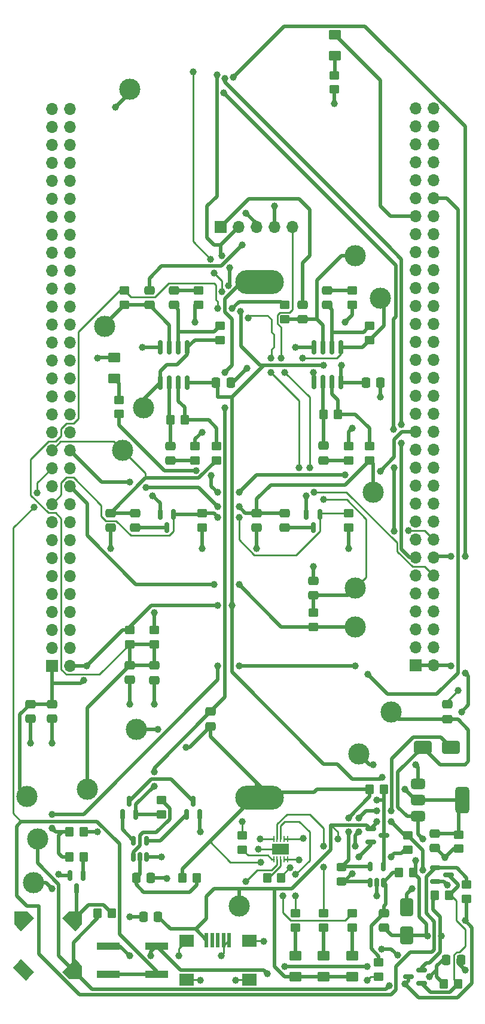
<source format=gbr>
%TF.GenerationSoftware,KiCad,Pcbnew,9.0.0*%
%TF.CreationDate,2025-03-31T13:57:26+02:00*%
%TF.ProjectId,HW_roggeluc_linortho,48575f72-6f67-4676-956c-75635f6c696e,rev?*%
%TF.SameCoordinates,Original*%
%TF.FileFunction,Copper,L1,Top*%
%TF.FilePolarity,Positive*%
%FSLAX46Y46*%
G04 Gerber Fmt 4.6, Leading zero omitted, Abs format (unit mm)*
G04 Created by KiCad (PCBNEW 9.0.0) date 2025-03-31 13:57:26*
%MOMM*%
%LPD*%
G01*
G04 APERTURE LIST*
G04 Aperture macros list*
%AMRoundRect*
0 Rectangle with rounded corners*
0 $1 Rounding radius*
0 $2 $3 $4 $5 $6 $7 $8 $9 X,Y pos of 4 corners*
0 Add a 4 corners polygon primitive as box body*
4,1,4,$2,$3,$4,$5,$6,$7,$8,$9,$2,$3,0*
0 Add four circle primitives for the rounded corners*
1,1,$1+$1,$2,$3*
1,1,$1+$1,$4,$5*
1,1,$1+$1,$6,$7*
1,1,$1+$1,$8,$9*
0 Add four rect primitives between the rounded corners*
20,1,$1+$1,$2,$3,$4,$5,0*
20,1,$1+$1,$4,$5,$6,$7,0*
20,1,$1+$1,$6,$7,$8,$9,0*
20,1,$1+$1,$8,$9,$2,$3,0*%
%AMFreePoly0*
4,1,16,-0.244481,1.644190,-0.244384,1.644096,1.594096,-0.194384,1.595560,-0.197920,1.594190,-0.201359,0.692110,-1.153439,0.688615,-1.154998,0.688480,-1.155000,-1.150000,-1.155000,-1.153536,-1.153536,-1.155000,-1.150000,-1.155000,0.688480,-1.153630,0.691919,-0.251550,1.643999,-0.248055,1.645558,-0.244481,1.644190,-0.244481,1.644190,$1*%
%AMFreePoly1*
4,1,16,0.251456,1.644096,0.251550,1.643999,1.153630,0.691919,1.155000,0.688480,1.155000,-1.150000,1.153536,-1.153536,1.150000,-1.155000,-0.688480,-1.155000,-0.692016,-1.153536,-0.692110,-1.153439,-1.594190,-0.201359,-1.595558,-0.197785,-1.594096,-0.194384,0.244384,1.644096,0.247920,1.645560,0.251456,1.644096,0.251456,1.644096,$1*%
%AMFreePoly2*
4,1,15,-0.285094,1.603679,-0.284944,1.603536,1.553536,-0.234944,1.555000,-0.238480,1.553679,-0.241866,0.401599,-1.493946,0.398128,-1.495556,0.394534,-1.494239,0.394384,-1.494096,-1.444096,0.344384,-1.445560,0.347920,-1.444239,0.351306,-0.292159,1.603386,-0.288688,1.604996,-0.285094,1.603679,-0.285094,1.603679,$1*%
%AMFreePoly3*
4,1,16,0.692016,1.153536,0.692110,1.153439,1.594190,0.201359,1.595558,0.197785,1.594096,0.194384,-0.244384,-1.644096,-0.247920,-1.645560,-0.251456,-1.644096,-0.251550,-1.643999,-1.153630,-0.691919,-1.155000,-0.688480,-1.155000,1.150000,-1.153536,1.153536,-1.150000,1.155000,0.688480,1.155000,0.692016,1.153536,0.692016,1.153536,$1*%
G04 Aperture macros list end*
%TA.AperFunction,SMDPad,CuDef*%
%ADD10RoundRect,0.250000X-0.475000X0.337500X-0.475000X-0.337500X0.475000X-0.337500X0.475000X0.337500X0*%
%TD*%
%TA.AperFunction,SMDPad,CuDef*%
%ADD11RoundRect,0.250000X0.650000X-1.000000X0.650000X1.000000X-0.650000X1.000000X-0.650000X-1.000000X0*%
%TD*%
%TA.AperFunction,SMDPad,CuDef*%
%ADD12R,3.200000X1.000000*%
%TD*%
%TA.AperFunction,ComponentPad*%
%ADD13C,3.000000*%
%TD*%
%TA.AperFunction,SMDPad,CuDef*%
%ADD14RoundRect,0.150000X-0.587500X-0.150000X0.587500X-0.150000X0.587500X0.150000X-0.587500X0.150000X0*%
%TD*%
%TA.AperFunction,SMDPad,CuDef*%
%ADD15RoundRect,0.250000X-0.450000X0.325000X-0.450000X-0.325000X0.450000X-0.325000X0.450000X0.325000X0*%
%TD*%
%TA.AperFunction,SMDPad,CuDef*%
%ADD16RoundRect,0.250000X-1.000000X-0.650000X1.000000X-0.650000X1.000000X0.650000X-1.000000X0.650000X0*%
%TD*%
%TA.AperFunction,SMDPad,CuDef*%
%ADD17RoundRect,0.250000X0.450000X-0.350000X0.450000X0.350000X-0.450000X0.350000X-0.450000X-0.350000X0*%
%TD*%
%TA.AperFunction,SMDPad,CuDef*%
%ADD18RoundRect,0.250000X-0.450000X0.350000X-0.450000X-0.350000X0.450000X-0.350000X0.450000X0.350000X0*%
%TD*%
%TA.AperFunction,SMDPad,CuDef*%
%ADD19RoundRect,0.250000X-0.350000X-0.450000X0.350000X-0.450000X0.350000X0.450000X-0.350000X0.450000X0*%
%TD*%
%TA.AperFunction,SMDPad,CuDef*%
%ADD20RoundRect,0.250000X0.350000X0.450000X-0.350000X0.450000X-0.350000X-0.450000X0.350000X-0.450000X0*%
%TD*%
%TA.AperFunction,SMDPad,CuDef*%
%ADD21FreePoly0,180.000000*%
%TD*%
%TA.AperFunction,SMDPad,CuDef*%
%ADD22FreePoly1,180.000000*%
%TD*%
%TA.AperFunction,SMDPad,CuDef*%
%ADD23FreePoly2,180.000000*%
%TD*%
%TA.AperFunction,SMDPad,CuDef*%
%ADD24FreePoly3,180.000000*%
%TD*%
%TA.AperFunction,SMDPad,CuDef*%
%ADD25RoundRect,0.250001X0.624999X-0.462499X0.624999X0.462499X-0.624999X0.462499X-0.624999X-0.462499X0*%
%TD*%
%TA.AperFunction,SMDPad,CuDef*%
%ADD26RoundRect,0.250000X-0.337500X-0.475000X0.337500X-0.475000X0.337500X0.475000X-0.337500X0.475000X0*%
%TD*%
%TA.AperFunction,SMDPad,CuDef*%
%ADD27RoundRect,0.250000X0.475000X-0.337500X0.475000X0.337500X-0.475000X0.337500X-0.475000X-0.337500X0*%
%TD*%
%TA.AperFunction,SMDPad,CuDef*%
%ADD28RoundRect,0.150000X0.587500X0.150000X-0.587500X0.150000X-0.587500X-0.150000X0.587500X-0.150000X0*%
%TD*%
%TA.AperFunction,SMDPad,CuDef*%
%ADD29RoundRect,0.150000X-0.150000X0.825000X-0.150000X-0.825000X0.150000X-0.825000X0.150000X0.825000X0*%
%TD*%
%TA.AperFunction,SMDPad,CuDef*%
%ADD30RoundRect,0.150000X0.150000X-0.512500X0.150000X0.512500X-0.150000X0.512500X-0.150000X-0.512500X0*%
%TD*%
%TA.AperFunction,SMDPad,CuDef*%
%ADD31RoundRect,0.250001X-0.624999X0.462499X-0.624999X-0.462499X0.624999X-0.462499X0.624999X0.462499X0*%
%TD*%
%TA.AperFunction,SMDPad,CuDef*%
%ADD32RoundRect,0.062500X-0.062500X0.350000X-0.062500X-0.350000X0.062500X-0.350000X0.062500X0.350000X0*%
%TD*%
%TA.AperFunction,HeatsinkPad*%
%ADD33R,2.350000X1.580000*%
%TD*%
%TA.AperFunction,SMDPad,CuDef*%
%ADD34RoundRect,0.150000X0.150000X-0.587500X0.150000X0.587500X-0.150000X0.587500X-0.150000X-0.587500X0*%
%TD*%
%TA.AperFunction,SMDPad,CuDef*%
%ADD35R,0.500000X2.000000*%
%TD*%
%TA.AperFunction,SMDPad,CuDef*%
%ADD36R,2.000000X1.700000*%
%TD*%
%TA.AperFunction,SMDPad,CuDef*%
%ADD37RoundRect,0.250000X0.337500X0.475000X-0.337500X0.475000X-0.337500X-0.475000X0.337500X-0.475000X0*%
%TD*%
%TA.AperFunction,ComponentPad*%
%ADD38R,1.700000X1.700000*%
%TD*%
%TA.AperFunction,ComponentPad*%
%ADD39O,1.700000X1.700000*%
%TD*%
%TA.AperFunction,SMDPad,CuDef*%
%ADD40RoundRect,0.150000X-0.150000X0.587500X-0.150000X-0.587500X0.150000X-0.587500X0.150000X0.587500X0*%
%TD*%
%TA.AperFunction,SMDPad,CuDef*%
%ADD41RoundRect,0.375000X-0.625000X-0.375000X0.625000X-0.375000X0.625000X0.375000X-0.625000X0.375000X0*%
%TD*%
%TA.AperFunction,SMDPad,CuDef*%
%ADD42RoundRect,0.500000X-0.500000X-1.400000X0.500000X-1.400000X0.500000X1.400000X-0.500000X1.400000X0*%
%TD*%
%TA.AperFunction,ComponentPad*%
%ADD43O,6.880000X3.440000*%
%TD*%
%TA.AperFunction,ViaPad*%
%ADD44C,1.000000*%
%TD*%
%TA.AperFunction,Conductor*%
%ADD45C,0.250000*%
%TD*%
%TA.AperFunction,Conductor*%
%ADD46C,0.500000*%
%TD*%
G04 APERTURE END LIST*
D10*
%TO.P,C28,2*%
%TO.N,Net-(Q10-S)*%
X93500000Y-157037500D03*
%TO.P,C28,1*%
%TO.N,Net-(U1-FB)*%
X93500000Y-154962500D03*
%TD*%
D11*
%TO.P,SD3,1,K*%
%TO.N,Net-(Q10-S)*%
X96726521Y-158119870D03*
%TO.P,SD3,2,A*%
%TO.N,5V*%
X96726521Y-154119870D03*
%TD*%
D12*
%TO.P,SW1,1,C*%
%TO.N,Net-(SW1A-C)*%
X54525783Y-159607805D03*
X61325783Y-159607805D03*
%TO.P,SW1,2,D*%
%TO.N,PA6*%
X54525783Y-163607805D03*
X61325783Y-163607805D03*
%TD*%
D13*
%TO.P,TP20,1,1*%
%TO.N,Net-(Q6-D)*%
X90000000Y-132500000D03*
%TD*%
D10*
%TO.P,C29,1*%
%TO.N,GND*%
X102500000Y-125462500D03*
%TO.P,C29,2*%
%TO.N,Net-(Q10-S)*%
X102500000Y-127537500D03*
%TD*%
D14*
%TO.P,Q6,1,G*%
%TO.N,5V*%
X91625000Y-143050000D03*
%TO.P,Q6,2,S*%
%TO.N,GND*%
X91625000Y-144950000D03*
%TO.P,Q6,3,D*%
%TO.N,Net-(Q6-D)*%
X93500000Y-144000000D03*
%TD*%
D15*
%TO.P,L1,1,1*%
%TO.N,Net-(U1-VIN)*%
X87500000Y-148475000D03*
%TO.P,L1,2,2*%
%TO.N,Net-(SD2-A)*%
X87500000Y-150525000D03*
%TD*%
D16*
%TO.P,SD2,1,K*%
%TO.N,Net-(Q10-S)*%
X99000000Y-131500000D03*
%TO.P,SD2,2,A*%
%TO.N,Net-(SD2-A)*%
X103000000Y-131500000D03*
%TD*%
D17*
%TO.P,R49,1*%
%TO.N,GND*%
X96903754Y-145994094D03*
%TO.P,R49,2*%
%TO.N,5V*%
X96903754Y-143994094D03*
%TD*%
D18*
%TO.P,R46,1*%
%TO.N,Net-(U1-FB)*%
X92797663Y-161943457D03*
%TO.P,R46,2*%
%TO.N,GND*%
X92797663Y-163943457D03*
%TD*%
D19*
%TO.P,R43,1*%
%TO.N,Net-(U1-FB)*%
X95671575Y-149255034D03*
%TO.P,R43,2*%
%TO.N,Net-(Q10-S)*%
X97671575Y-149255034D03*
%TD*%
D20*
%TO.P,R47,1*%
%TO.N,Net-(Q6-D)*%
X93500000Y-137500000D03*
%TO.P,R47,2*%
%TO.N,Net-(U1-VIN)*%
X91500000Y-137500000D03*
%TD*%
D13*
%TO.P,TP19,1,1*%
%TO.N,+3.3V*%
X43000000Y-138500000D03*
%TD*%
%TO.P,TP18,1,1*%
%TO.N,Net-(Q10-S)*%
X94500000Y-126500000D03*
%TD*%
%TO.P,TP17,1,1*%
%TO.N,5V*%
X73000000Y-154000000D03*
%TD*%
%TO.P,TP16,1,1*%
%TO.N,Net-(U1-VIN)*%
X58500000Y-129000000D03*
%TD*%
%TO.P,TP14,1,1*%
%TO.N,+5V*%
X44500000Y-144500000D03*
%TD*%
D18*
%TO.P,R55,1*%
%TO.N,Net-(CHARGE2-K)*%
X86500000Y-36500000D03*
%TO.P,R55,2*%
%TO.N,GND*%
X86500000Y-38500000D03*
%TD*%
%TO.P,R54,1*%
%TO.N,PA6*%
X105247602Y-150936551D03*
%TO.P,R54,2*%
%TO.N,+5V*%
X105247602Y-152936551D03*
%TD*%
D20*
%TO.P,R53,1*%
%TO.N,Net-(Q10-G)*%
X102722369Y-152425129D03*
%TO.P,R53,2*%
%TO.N,Net-(Q10-S)*%
X100722369Y-152425129D03*
%TD*%
D19*
%TO.P,R52,1*%
%TO.N,Net-(SW1A-C)*%
X102000000Y-165000000D03*
%TO.P,R52,2*%
%TO.N,Net-(Q10-G)*%
X104000000Y-165000000D03*
%TD*%
%TO.P,R16,1*%
%TO.N,PA8*%
X49000000Y-147000000D03*
%TO.P,R16,2*%
%TO.N,Net-(Q1-G)*%
X51000000Y-147000000D03*
%TD*%
D14*
%TO.P,Q7,1,G*%
%TO.N,PA6*%
X100764239Y-148577171D03*
%TO.P,Q7,2,S*%
%TO.N,GND*%
X100764239Y-150477171D03*
%TO.P,Q7,3,D*%
%TO.N,Net-(Q10-G)*%
X102639239Y-149527171D03*
%TD*%
D21*
%TO.P,LS1,N*%
%TO.N,Net-(Q1-D)*%
X49600000Y-155900000D03*
D22*
%TO.P,LS1,4*%
%TO.N,N/C*%
X42400000Y-155900000D03*
D23*
%TO.P,LS1,2*%
X42550000Y-162950000D03*
D24*
%TO.P,LS1,P*%
%TO.N,+5V*%
X49600000Y-163100000D03*
%TD*%
D25*
%TO.P,CHARGE2,1,K*%
%TO.N,Net-(CHARGE2-K)*%
X86574749Y-33757493D03*
%TO.P,CHARGE2,2,A*%
%TO.N,LED_ON*%
X86574749Y-30782493D03*
%TD*%
D26*
%TO.P,C31,1*%
%TO.N,Net-(SW1A-C)*%
X102351735Y-161550839D03*
%TO.P,C31,2*%
%TO.N,GND*%
X104426735Y-161550839D03*
%TD*%
D27*
%TO.P,C21,1*%
%TO.N,Net-(Q2-D)*%
X58297500Y-100493750D03*
%TO.P,C21,2*%
%TO.N,PC4*%
X58297500Y-98418750D03*
%TD*%
D17*
%TO.P,R36,1*%
%TO.N,Net-(C18-Pad1)*%
X88500000Y-90975000D03*
%TO.P,R36,2*%
%TO.N,GND*%
X88500000Y-88975000D03*
%TD*%
D13*
%TO.P,TP7,1,1*%
%TO.N,PC5*%
X92000000Y-95500000D03*
%TD*%
D28*
%TO.P,Q10,1,G*%
%TO.N,Net-(Q10-G)*%
X98849742Y-164904241D03*
%TO.P,Q10,2,S*%
%TO.N,Net-(Q10-S)*%
X98849742Y-163004241D03*
%TO.P,Q10,3,D*%
%TO.N,+5V*%
X96974742Y-163954241D03*
%TD*%
D27*
%TO.P,C19,1*%
%TO.N,GND*%
X75500000Y-100475000D03*
%TO.P,C19,2*%
%TO.N,PC5*%
X75500000Y-98400000D03*
%TD*%
D10*
%TO.P,C27,1*%
%TO.N,+3.3V*%
X46500000Y-125406250D03*
%TO.P,C27,2*%
%TO.N,GND*%
X46500000Y-127481250D03*
%TD*%
D17*
%TO.P,R45,1*%
%TO.N,Net-(Q5-S)*%
X62000000Y-141000000D03*
%TO.P,R45,2*%
%TO.N,Net-(U3-VM)*%
X62000000Y-139000000D03*
%TD*%
D18*
%TO.P,R29,1*%
%TO.N,Net-(C14-Pad1)*%
X67297500Y-66956250D03*
%TO.P,R29,2*%
%TO.N,GND*%
X67297500Y-68956250D03*
%TD*%
D13*
%TO.P,TP13,1,1*%
%TO.N,PA5*%
X89500000Y-114500000D03*
%TD*%
D20*
%TO.P,R35,1*%
%TO.N,Net-(R35-Pad1)*%
X87000000Y-84437500D03*
%TO.P,R35,2*%
%TO.N,Net-(U8B--)*%
X85000000Y-84437500D03*
%TD*%
D26*
%TO.P,C13,1*%
%TO.N,+3.3V*%
X90962500Y-79937500D03*
%TO.P,C13,2*%
%TO.N,GND*%
X93037500Y-79937500D03*
%TD*%
D18*
%TO.P,R26,1*%
%TO.N,+1V65*%
X56797500Y-66956250D03*
%TO.P,R26,2*%
%TO.N,Net-(U7A-+)*%
X56797500Y-68956250D03*
%TD*%
D13*
%TO.P,TP12,1,1*%
%TO.N,fmcw_sig*%
X89500000Y-109000000D03*
%TD*%
D29*
%TO.P,U8,1*%
%TO.N,Net-(U8B-+)*%
X87405000Y-74962500D03*
%TO.P,U8,2,-*%
%TO.N,Net-(U8A--)*%
X86135000Y-74962500D03*
%TO.P,U8,3,+*%
%TO.N,Net-(U8A-+)*%
X84865000Y-74962500D03*
%TO.P,U8,4,V-*%
%TO.N,GND*%
X83595000Y-74962500D03*
%TO.P,U8,5,+*%
%TO.N,Net-(U8B-+)*%
X83595000Y-79912500D03*
%TO.P,U8,6,-*%
%TO.N,Net-(U8B--)*%
X84865000Y-79912500D03*
%TO.P,U8,7*%
%TO.N,Net-(R35-Pad1)*%
X86135000Y-79912500D03*
%TO.P,U8,8,V+*%
%TO.N,+3.3V*%
X87405000Y-79912500D03*
%TD*%
D27*
%TO.P,C15,1*%
%TO.N,Net-(C15-Pad1)*%
X63297500Y-90993750D03*
%TO.P,C15,2*%
%TO.N,Net-(U7B--)*%
X63297500Y-88918750D03*
%TD*%
D17*
%TO.P,R31,1*%
%TO.N,Net-(C15-Pad1)*%
X66797500Y-90956250D03*
%TO.P,R31,2*%
%TO.N,GND*%
X66797500Y-88956250D03*
%TD*%
D30*
%TO.P,U1,1,SW*%
%TO.N,Net-(SD2-A)*%
X91550000Y-150637500D03*
%TO.P,U1,2,GND*%
%TO.N,GND*%
X92500000Y-150637500D03*
%TO.P,U1,3,FB*%
%TO.N,Net-(U1-FB)*%
X93450000Y-150637500D03*
%TO.P,U1,4,EN*%
%TO.N,Net-(Q6-D)*%
X93450000Y-148362500D03*
%TO.P,U1,5,VIN*%
%TO.N,Net-(U1-VIN)*%
X91550000Y-148362500D03*
%TD*%
D18*
%TO.P,R40,1*%
%TO.N,PA2*%
X88500000Y-98437500D03*
%TO.P,R40,2*%
%TO.N,GND*%
X88500000Y-100437500D03*
%TD*%
D27*
%TO.P,C22,1*%
%TO.N,Net-(Q3-D)*%
X79500000Y-100475000D03*
%TO.P,C22,2*%
%TO.N,PC5*%
X79500000Y-98400000D03*
%TD*%
D30*
%TO.P,U3,1,VM*%
%TO.N,Net-(U3-VM)*%
X58050000Y-147000000D03*
%TO.P,U3,2,VDD*%
%TO.N,Net-(U3-VDD)*%
X59000000Y-147000000D03*
%TO.P,U3,3,VSS*%
%TO.N,GND*%
X59950000Y-147000000D03*
%TO.P,U3,4,DO*%
%TO.N,Net-(Q4-G)*%
X59950000Y-144725000D03*
%TO.P,U3,5,CO*%
%TO.N,Net-(Q5-G)*%
X58050000Y-144725000D03*
%TD*%
D13*
%TO.P,TP1,1,1*%
%TO.N,GND*%
X57500000Y-38500000D03*
%TD*%
%TO.P,TP6,1,1*%
%TO.N,PC4*%
X56500000Y-89500000D03*
%TD*%
D31*
%TO.P,PWR1,1,K*%
%TO.N,Net-(PWR1-K)*%
X89000000Y-161000000D03*
%TO.P,PWR1,2,A*%
%TO.N,5V*%
X89000000Y-163975000D03*
%TD*%
D18*
%TO.P,R37,1*%
%TO.N,Net-(R35-Pad1)*%
X91500000Y-88937500D03*
%TO.P,R37,2*%
%TO.N,PC5*%
X91500000Y-90937500D03*
%TD*%
D17*
%TO.P,R42,1*%
%TO.N,Net-(FULL1-K)*%
X81000000Y-156987500D03*
%TO.P,R42,2*%
%TO.N,Net-(U2-STAT1)*%
X81000000Y-154987500D03*
%TD*%
D13*
%TO.P,TP9,1,1*%
%TO.N,Net-(U7B-+)*%
X59500000Y-83500000D03*
%TD*%
D18*
%TO.P,R27,1*%
%TO.N,Net-(R27-Pad1)*%
X69797500Y-88956250D03*
%TO.P,R27,2*%
%TO.N,PC4*%
X69797500Y-90956250D03*
%TD*%
D10*
%TO.P,C17,1*%
%TO.N,IF_Q*%
X82000000Y-68925000D03*
%TO.P,C17,2*%
%TO.N,Net-(U8A-+)*%
X82000000Y-71000000D03*
%TD*%
D18*
%TO.P,R48,1*%
%TO.N,+3.3V*%
X104097857Y-143865855D03*
%TO.P,R48,2*%
%TO.N,GND*%
X104097857Y-145865855D03*
%TD*%
D20*
%TO.P,R30,1*%
%TO.N,Net-(R27-Pad1)*%
X65305740Y-85256012D03*
%TO.P,R30,2*%
%TO.N,Net-(U7B--)*%
X63305740Y-85256012D03*
%TD*%
D27*
%TO.P,C18,1*%
%TO.N,Net-(C18-Pad1)*%
X85000000Y-90975000D03*
%TO.P,C18,2*%
%TO.N,Net-(U8B--)*%
X85000000Y-88900000D03*
%TD*%
D32*
%TO.P,U2,1,V_{DD}*%
%TO.N,5V*%
X79910000Y-144457500D03*
%TO.P,U2,2,V_{DD}*%
X79410000Y-144457500D03*
%TO.P,U2,3,STAT1*%
%TO.N,Net-(U2-STAT1)*%
X78910000Y-144457500D03*
%TO.P,U2,4,STAT2*%
%TO.N,Net-(U2-STAT2)*%
X78410000Y-144457500D03*
%TO.P,U2,5,V_{SS}*%
%TO.N,GND*%
X77910000Y-144457500D03*
%TO.P,U2,6,PROG*%
%TO.N,Net-(U2-PROG)*%
X77910000Y-147332500D03*
%TO.P,U2,7,~{PG}*%
%TO.N,Net-(U2-~{PG})*%
X78410000Y-147332500D03*
%TO.P,U2,8,THERM*%
%TO.N,Net-(U2-THERM)*%
X78910000Y-147332500D03*
%TO.P,U2,9,V_{BAT}*%
%TO.N,Net-(U1-VIN)*%
X79410000Y-147332500D03*
%TO.P,U2,10,V_{BAT}*%
X79910000Y-147332500D03*
D33*
%TO.P,U2,11,EP*%
%TO.N,GND*%
X78910000Y-145895000D03*
%TD*%
D10*
%TO.P,C11,1*%
%TO.N,IF_I*%
X60297500Y-66918750D03*
%TO.P,C11,2*%
%TO.N,Net-(U7A-+)*%
X60297500Y-68993750D03*
%TD*%
D34*
%TO.P,Q5,1,G*%
%TO.N,Net-(Q5-G)*%
X56500000Y-141000000D03*
%TO.P,Q5,2,S*%
%TO.N,Net-(Q5-S)*%
X58400000Y-141000000D03*
%TO.P,Q5,3,D*%
%TO.N,Net-(Q4-D)*%
X57450000Y-139125000D03*
%TD*%
D13*
%TO.P,TP10,1,1*%
%TO.N,Net-(U7A-+)*%
X54000000Y-72000000D03*
%TD*%
D10*
%TO.P,C14,1*%
%TO.N,Net-(C14-Pad1)*%
X63797500Y-66918750D03*
%TO.P,C14,2*%
%TO.N,Net-(U7A--)*%
X63797500Y-68993750D03*
%TD*%
D27*
%TO.P,C12,1*%
%TO.N,GND*%
X54797500Y-100493750D03*
%TO.P,C12,2*%
%TO.N,PC4*%
X54797500Y-98418750D03*
%TD*%
D18*
%TO.P,R19,1*%
%TO.N,GND*%
X61000000Y-114943750D03*
%TO.P,R19,2*%
%TO.N,+1V65*%
X61000000Y-116943750D03*
%TD*%
D35*
%TO.P,J2,1,VBUS*%
%TO.N,5V*%
X68400000Y-158800000D03*
%TO.P,J2,2,D-*%
%TO.N,unconnected-(J2-D--Pad2)*%
X69200000Y-158800000D03*
%TO.P,J2,3,D+*%
%TO.N,unconnected-(J2-D+-Pad3)*%
X70000000Y-158800000D03*
%TO.P,J2,4,ID*%
%TO.N,GND*%
X70800000Y-158800000D03*
%TO.P,J2,5,GND*%
X71600000Y-158800000D03*
D36*
%TO.P,J2,6,Shield*%
X65550000Y-158900000D03*
X65550000Y-164350000D03*
X74450000Y-158900000D03*
X74450000Y-164350000D03*
%TD*%
D13*
%TO.P,TP2,1,1*%
%TO.N,GND*%
X43922370Y-150667723D03*
%TD*%
D31*
%TO.P,LED3,1,K*%
%TO.N,GND*%
X55300000Y-76412500D03*
%TO.P,LED3,2,A*%
%TO.N,Net-(LED3-A)*%
X55300000Y-79387500D03*
%TD*%
D17*
%TO.P,R21,1*%
%TO.N,Net-(PWR1-K)*%
X89000000Y-156987500D03*
%TO.P,R21,2*%
%TO.N,Net-(U2-~{PG})*%
X89000000Y-154987500D03*
%TD*%
D10*
%TO.P,C23,1*%
%TO.N,+1V65*%
X57500000Y-119906250D03*
%TO.P,C23,2*%
%TO.N,GND*%
X57500000Y-121981250D03*
%TD*%
D37*
%TO.P,C30,1*%
%TO.N,GND*%
X60537500Y-150000000D03*
%TO.P,C30,2*%
%TO.N,Net-(U3-VDD)*%
X58462500Y-150000000D03*
%TD*%
D38*
%TO.P,P3,1,Pin_a1*%
%TO.N,+5V*%
X98000000Y-119943750D03*
D39*
%TO.P,P3,2,Pin_b1*%
X100540000Y-119943750D03*
%TO.P,P3,3,Pin_a2*%
%TO.N,PF5*%
X98000000Y-117403750D03*
%TO.P,P3,4,Pin_b2*%
%TO.N,PF4*%
X100540000Y-117403750D03*
%TO.P,P3,5,Pin_a3*%
%TO.N,PF3*%
X98000000Y-114863750D03*
%TO.P,P3,6,Pin_b3*%
%TO.N,PF2*%
X100540000Y-114863750D03*
%TO.P,P3,7,Pin_a4*%
%TO.N,PF1*%
X98000000Y-112323750D03*
%TO.P,P3,8,Pin_b4*%
%TO.N,PF0*%
X100540000Y-112323750D03*
%TO.P,P3,9,Pin_a5*%
%TO.N,PC15*%
X98000000Y-109783750D03*
%TO.P,P3,10,Pin_b5*%
%TO.N,PC14*%
X100540000Y-109783750D03*
%TO.P,P3,11,Pin_a6*%
%TO.N,PC13*%
X98000000Y-107243750D03*
%TO.P,P3,12,Pin_b6*%
%TO.N,PE6*%
X100540000Y-107243750D03*
%TO.P,P3,13,Pin_a7*%
%TO.N,PE5*%
X98000000Y-104703750D03*
%TO.P,P3,14,Pin_b7*%
%TO.N,PE4*%
X100540000Y-104703750D03*
%TO.P,P3,15,Pin_a8*%
%TO.N,PE3*%
X98000000Y-102163750D03*
%TO.P,P3,16,Pin_b8*%
%TO.N,PE2*%
X100540000Y-102163750D03*
%TO.P,P3,17,Pin_a9*%
%TO.N,PE1*%
X98000000Y-99623750D03*
%TO.P,P3,18,Pin_b9*%
%TO.N,PE0*%
X100540000Y-99623750D03*
%TO.P,P3,19,Pin_a10*%
%TO.N,PB9*%
X98000000Y-97083750D03*
%TO.P,P3,20,Pin_b10*%
%TO.N,PB8*%
X100540000Y-97083750D03*
%TO.P,P3,21,Pin_a11*%
%TO.N,VDD*%
X98000000Y-94543750D03*
%TO.P,P3,22,Pin_b11*%
%TO.N,BOOT0*%
X100540000Y-94543750D03*
%TO.P,P3,23,Pin_a12*%
%TO.N,PB7*%
X98000000Y-92003750D03*
%TO.P,P3,24,Pin_b12*%
%TO.N,PB6*%
X100540000Y-92003750D03*
%TO.P,P3,25,Pin_a13*%
%TO.N,PB5*%
X98000000Y-89463750D03*
%TO.P,P3,26,Pin_b13*%
%TO.N,PB4*%
X100540000Y-89463750D03*
%TO.P,P3,27,Pin_a14*%
%TO.N,Enable*%
X98000000Y-86923750D03*
%TO.P,P3,28,Pin_b14*%
%TO.N,PG15*%
X100540000Y-86923750D03*
%TO.P,P3,29,Pin_a15*%
%TO.N,PG14*%
X98000000Y-84383750D03*
%TO.P,P3,30,Pin_b15*%
%TO.N,PG13*%
X100540000Y-84383750D03*
%TO.P,P3,31,Pin_a16*%
%TO.N,PG12*%
X98000000Y-81843750D03*
%TO.P,P3,32,Pin_b16*%
%TO.N,PG11*%
X100540000Y-81843750D03*
%TO.P,P3,33,Pin_a17*%
%TO.N,PG10*%
X98000000Y-79303750D03*
%TO.P,P3,34,Pin_b17*%
%TO.N,PG9*%
X100540000Y-79303750D03*
%TO.P,P3,35,Pin_a18*%
%TO.N,PD6*%
X98000000Y-76763750D03*
%TO.P,P3,36,Pin_b18*%
%TO.N,PD7*%
X100540000Y-76763750D03*
%TO.P,P3,37,Pin_a19*%
%TO.N,PD4*%
X98000000Y-74223750D03*
%TO.P,P3,38,Pin_b19*%
%TO.N,PD5*%
X100540000Y-74223750D03*
%TO.P,P3,39,Pin_a20*%
%TO.N,PD2*%
X98000000Y-71683750D03*
%TO.P,P3,40,Pin_b20*%
%TO.N,PD3*%
X100540000Y-71683750D03*
%TO.P,P3,41,Pin_a21*%
%TO.N,PD0*%
X98000000Y-69143750D03*
%TO.P,P3,42,Pin_b21*%
%TO.N,PD1*%
X100540000Y-69143750D03*
%TO.P,P3,43,Pin_a22*%
%TO.N,PC11*%
X98000000Y-66603750D03*
%TO.P,P3,44,Pin_b22*%
%TO.N,PC12*%
X100540000Y-66603750D03*
%TO.P,P3,45,Pin_a23*%
%TO.N,PA15*%
X98000000Y-64063750D03*
%TO.P,P3,46,Pin_b23*%
%TO.N,PC10*%
X100540000Y-64063750D03*
%TO.P,P3,47,Pin_a24*%
%TO.N,PA13*%
X98000000Y-61523750D03*
%TO.P,P3,48,Pin_b24*%
%TO.N,PA14*%
X100540000Y-61523750D03*
%TO.P,P3,49,Pin_a25*%
%TO.N,PA11*%
X98000000Y-58983750D03*
%TO.P,P3,50,Pin_b25*%
%TO.N,PA12*%
X100540000Y-58983750D03*
%TO.P,P3,51,Pin_a26*%
%TO.N,LED_ON*%
X98000000Y-56443750D03*
%TO.P,P3,52,Pin_b26*%
%TO.N,PA10*%
X100540000Y-56443750D03*
%TO.P,P3,53,Pin_a27*%
%TO.N,PC9*%
X98000000Y-53903750D03*
%TO.P,P3,54,Pin_b27*%
%TO.N,PA8*%
X100540000Y-53903750D03*
%TO.P,P3,55,Pin_a28*%
%TO.N,PC7*%
X98000000Y-51363750D03*
%TO.P,P3,56,Pin_b28*%
%TO.N,PC8*%
X100540000Y-51363750D03*
%TO.P,P3,57,Pin_a29*%
%TO.N,PG8*%
X98000000Y-48823750D03*
%TO.P,P3,58,Pin_b29*%
%TO.N,PC6*%
X100540000Y-48823750D03*
%TO.P,P3,59,Pin_a30*%
%TO.N,PG6*%
X98000000Y-46283750D03*
%TO.P,P3,60,Pin_b30*%
%TO.N,PG7*%
X100540000Y-46283750D03*
%TO.P,P3,61,Pin_a31*%
%TO.N,PG4*%
X98000000Y-43743750D03*
%TO.P,P3,62,Pin_b31*%
%TO.N,PG5*%
X100540000Y-43743750D03*
%TO.P,P3,63,Pin_a32*%
%TO.N,GND*%
X98000000Y-41203750D03*
%TO.P,P3,64,Pin_b32*%
X100540000Y-41203750D03*
%TD*%
D17*
%TO.P,R17,1*%
%TO.N,Net-(U2-PROG)*%
X73500000Y-146000000D03*
%TO.P,R17,2*%
%TO.N,GND*%
X73500000Y-144000000D03*
%TD*%
D20*
%TO.P,R44,1*%
%TO.N,Net-(U3-VDD)*%
X67000000Y-150000000D03*
%TO.P,R44,2*%
%TO.N,Net-(U1-VIN)*%
X65000000Y-150000000D03*
%TD*%
D10*
%TO.P,C20,1*%
%TO.N,GND*%
X83500000Y-107962500D03*
%TO.P,C20,2*%
%TO.N,fmcw_sig*%
X83500000Y-110037500D03*
%TD*%
D26*
%TO.P,C10,1*%
%TO.N,+3.3V*%
X69760000Y-79956250D03*
%TO.P,C10,2*%
%TO.N,GND*%
X71835000Y-79956250D03*
%TD*%
D19*
%TO.P,R20,1*%
%TO.N,Net-(U2-THERM)*%
X77000000Y-150000000D03*
%TO.P,R20,2*%
%TO.N,GND*%
X79000000Y-150000000D03*
%TD*%
D13*
%TO.P,TP11,1,1*%
%TO.N,Net-(U8A-+)*%
X89500000Y-62000000D03*
%TD*%
D10*
%TO.P,C24,1*%
%TO.N,+1V65*%
X61000000Y-119943750D03*
%TO.P,C24,2*%
%TO.N,GND*%
X61000000Y-122018750D03*
%TD*%
D18*
%TO.P,R33,1*%
%TO.N,Net-(C16-Pad1)*%
X89000000Y-66937500D03*
%TO.P,R33,2*%
%TO.N,GND*%
X89000000Y-68937500D03*
%TD*%
%TO.P,R34,1*%
%TO.N,+1V65*%
X79500000Y-69000000D03*
%TO.P,R34,2*%
%TO.N,Net-(U8A-+)*%
X79500000Y-71000000D03*
%TD*%
D34*
%TO.P,Q4,1,G*%
%TO.N,Net-(Q4-G)*%
X65550000Y-141000000D03*
%TO.P,Q4,2,S*%
%TO.N,GND*%
X67450000Y-141000000D03*
%TO.P,Q4,3,D*%
%TO.N,Net-(Q4-D)*%
X66500000Y-139125000D03*
%TD*%
D40*
%TO.P,Q2,1,G*%
%TO.N,PA2*%
X63747500Y-98581250D03*
%TO.P,Q2,2,S*%
%TO.N,GND*%
X61847500Y-98581250D03*
%TO.P,Q2,3,D*%
%TO.N,Net-(Q2-D)*%
X62797500Y-100456250D03*
%TD*%
D27*
%TO.P,C26,1*%
%TO.N,Net-(U1-VIN)*%
X69000000Y-128537500D03*
%TO.P,C26,2*%
%TO.N,Net-(Q5-S)*%
X69000000Y-126462500D03*
%TD*%
D10*
%TO.P,C7,1*%
%TO.N,+3.3V*%
X100752560Y-143716487D03*
%TO.P,C7,2*%
%TO.N,GND*%
X100752560Y-145791487D03*
%TD*%
D13*
%TO.P,TP4,1,1*%
%TO.N,+1V65*%
X51500000Y-137443750D03*
%TD*%
D19*
%TO.P,R16,1*%
%TO.N,+5V*%
X53000000Y-155000000D03*
%TO.P,R16,2*%
%TO.N,Net-(Q1-D)*%
X55000000Y-155000000D03*
%TD*%
D13*
%TO.P,TP8,1,1*%
%TO.N,Net-(U8B-+)*%
X93000000Y-68000000D03*
%TD*%
D37*
%TO.P,C25,1*%
%TO.N,5V*%
X61537500Y-155500000D03*
%TO.P,C25,2*%
%TO.N,GND*%
X59462500Y-155500000D03*
%TD*%
D10*
%TO.P,C16,1*%
%TO.N,Net-(C16-Pad1)*%
X85500000Y-66900000D03*
%TO.P,C16,2*%
%TO.N,Net-(U8A--)*%
X85500000Y-68975000D03*
%TD*%
D31*
%TO.P,FULL1,1,K*%
%TO.N,Net-(FULL1-K)*%
X81000000Y-161000000D03*
%TO.P,FULL1,2,A*%
%TO.N,5V*%
X81000000Y-163975000D03*
%TD*%
D40*
%TO.P,Q1,1,G*%
%TO.N,Net-(Q1-G)*%
X50950000Y-149625000D03*
%TO.P,Q1,2,S*%
%TO.N,GND*%
X49050000Y-149625000D03*
%TO.P,Q1,3,D*%
%TO.N,Net-(Q1-D)*%
X50000000Y-151500000D03*
%TD*%
D17*
%TO.P,R38,1*%
%TO.N,PA5*%
X83500000Y-114500000D03*
%TO.P,R38,2*%
%TO.N,fmcw_sig*%
X83500000Y-112500000D03*
%TD*%
D40*
%TO.P,Q3,1,G*%
%TO.N,PA2*%
X84450000Y-98562500D03*
%TO.P,Q3,2,S*%
%TO.N,GND*%
X82550000Y-98562500D03*
%TO.P,Q3,3,D*%
%TO.N,Net-(Q3-D)*%
X83500000Y-100437500D03*
%TD*%
D17*
%TO.P,R28,1*%
%TO.N,Net-(U7B-+)*%
X70297500Y-73956250D03*
%TO.P,R28,2*%
%TO.N,Net-(U7A--)*%
X70297500Y-71956250D03*
%TD*%
D18*
%TO.P,R39,1*%
%TO.N,PA2*%
X67797500Y-98456250D03*
%TO.P,R39,2*%
%TO.N,GND*%
X67797500Y-100456250D03*
%TD*%
D19*
%TO.P,R15,1*%
%TO.N,PA8*%
X49000000Y-143500000D03*
%TO.P,R15,2*%
%TO.N,GND*%
X51000000Y-143500000D03*
%TD*%
D17*
%TO.P,R41,1*%
%TO.N,Net-(CRG1-K)*%
X85000000Y-156987500D03*
%TO.P,R41,2*%
%TO.N,Net-(U2-STAT2)*%
X85000000Y-154987500D03*
%TD*%
%TO.P,R11,1*%
%TO.N,Enable*%
X56000000Y-84400000D03*
%TO.P,R11,2*%
%TO.N,Net-(LED3-A)*%
X56000000Y-82400000D03*
%TD*%
D31*
%TO.P,CRG1,1,K*%
%TO.N,Net-(CRG1-K)*%
X85000000Y-161000000D03*
%TO.P,CRG1,2,A*%
%TO.N,5V*%
X85000000Y-163975000D03*
%TD*%
D41*
%TO.P,U4,1,GND*%
%TO.N,GND*%
X98350000Y-136700000D03*
%TO.P,U4,2,VO*%
%TO.N,+3.3V*%
X98350000Y-139000000D03*
D42*
X104650000Y-139000000D03*
D41*
%TO.P,U4,3,VI*%
%TO.N,Net-(Q10-S)*%
X98350000Y-141300000D03*
%TD*%
D10*
%TO.P,C1,1*%
%TO.N,+3.3V*%
X43500000Y-125406250D03*
%TO.P,C1,2*%
%TO.N,GND*%
X43500000Y-127481250D03*
%TD*%
D29*
%TO.P,U7,1*%
%TO.N,Net-(U7B-+)*%
X65702500Y-74981250D03*
%TO.P,U7,2,-*%
%TO.N,Net-(U7A--)*%
X64432500Y-74981250D03*
%TO.P,U7,3,+*%
%TO.N,Net-(U7A-+)*%
X63162500Y-74981250D03*
%TO.P,U7,4,V-*%
%TO.N,GND*%
X61892500Y-74981250D03*
%TO.P,U7,5,+*%
%TO.N,Net-(U7B-+)*%
X61892500Y-79931250D03*
%TO.P,U7,6,-*%
%TO.N,Net-(U7B--)*%
X63162500Y-79931250D03*
%TO.P,U7,7*%
%TO.N,Net-(R27-Pad1)*%
X64432500Y-79931250D03*
%TO.P,U7,8,V+*%
%TO.N,+3.3V*%
X65702500Y-79931250D03*
%TD*%
D17*
%TO.P,R18,1*%
%TO.N,+1V65*%
X57500000Y-116943750D03*
%TO.P,R18,2*%
%TO.N,+3.3V*%
X57500000Y-114943750D03*
%TD*%
%TO.P,R32,1*%
%TO.N,Net-(U8B-+)*%
X91500000Y-73937500D03*
%TO.P,R32,2*%
%TO.N,Net-(U8A--)*%
X91500000Y-71937500D03*
%TD*%
D38*
%TO.P,P4,1,Pin_a1*%
%TO.N,+3.3V*%
X46500000Y-119983750D03*
D39*
%TO.P,P4,2,Pin_b1*%
X49040000Y-119983750D03*
%TO.P,P4,3,Pin_a2*%
%TO.N,NC*%
X46500000Y-117443750D03*
%TO.P,P4,4,Pin_b2*%
%TO.N,PF6*%
X49040000Y-117443750D03*
%TO.P,P4,5,Pin_a3*%
%TO.N,PF7*%
X46500000Y-114903750D03*
%TO.P,P4,6,Pin_b3*%
%TO.N,PF8*%
X49040000Y-114903750D03*
%TO.P,P4,7,Pin_a4*%
%TO.N,PF9*%
X46500000Y-112363750D03*
%TO.P,P4,8,Pin_b4*%
%TO.N,PF10*%
X49040000Y-112363750D03*
%TO.P,P4,9,Pin_a5*%
%TO.N,PH0*%
X46500000Y-109823750D03*
%TO.P,P4,10,Pin_b5*%
%TO.N,PH1*%
X49040000Y-109823750D03*
%TO.P,P4,11,Pin_a6*%
%TO.N,NRST*%
X46500000Y-107283750D03*
%TO.P,P4,12,Pin_b6*%
%TO.N,GND*%
X49040000Y-107283750D03*
%TO.P,P4,13,Pin_a7*%
%TO.N,PC0*%
X46500000Y-104743750D03*
%TO.P,P4,14,Pin_b7*%
%TO.N,PC1*%
X49040000Y-104743750D03*
%TO.P,P4,15,Pin_a8*%
%TO.N,PC2*%
X46500000Y-102203750D03*
%TO.P,P4,16,Pin_b8*%
%TO.N,PC3*%
X49040000Y-102203750D03*
%TO.P,P4,17,Pin_a9*%
%TO.N,PA0*%
X46500000Y-99663750D03*
%TO.P,P4,18,Pin_b9*%
%TO.N,PA1*%
X49040000Y-99663750D03*
%TO.P,P4,19,Pin_a10*%
%TO.N,PA2*%
X46500000Y-97123750D03*
%TO.P,P4,20,Pin_b10*%
%TO.N,PA3*%
X49040000Y-97123750D03*
%TO.P,P4,21,Pin_a11*%
%TO.N,PA4*%
X46500000Y-94583750D03*
%TO.P,P4,22,Pin_b11*%
%TO.N,PA5*%
X49040000Y-94583750D03*
%TO.P,P4,23,Pin_a12*%
%TO.N,PA6*%
X46500000Y-92043750D03*
%TO.P,P4,24,Pin_b12*%
%TO.N,PA7*%
X49040000Y-92043750D03*
%TO.P,P4,25,Pin_a13*%
%TO.N,PC4*%
X46500000Y-89503750D03*
%TO.P,P4,26,Pin_b13*%
%TO.N,PC5*%
X49040000Y-89503750D03*
%TO.P,P4,27,Pin_a14*%
%TO.N,PB0*%
X46500000Y-86963750D03*
%TO.P,P4,28,Pin_b14*%
%TO.N,PB1*%
X49040000Y-86963750D03*
%TO.P,P4,29,Pin_a15*%
%TO.N,PB2*%
X46500000Y-84423750D03*
%TO.P,P4,30,Pin_b15*%
%TO.N,GND*%
X49040000Y-84423750D03*
%TO.P,P4,31,Pin_a16*%
%TO.N,PF11*%
X46500000Y-81883750D03*
%TO.P,P4,32,Pin_b16*%
%TO.N,PF12*%
X49040000Y-81883750D03*
%TO.P,P4,33,Pin_a17*%
%TO.N,PF13*%
X46500000Y-79343750D03*
%TO.P,P4,34,Pin_b17*%
%TO.N,PF14*%
X49040000Y-79343750D03*
%TO.P,P4,35,Pin_a18*%
%TO.N,PF15*%
X46500000Y-76803750D03*
%TO.P,P4,36,Pin_b18*%
%TO.N,PG0*%
X49040000Y-76803750D03*
%TO.P,P4,37,Pin_a19*%
%TO.N,PG1*%
X46500000Y-74263750D03*
%TO.P,P4,38,Pin_b19*%
%TO.N,PE7*%
X49040000Y-74263750D03*
%TO.P,P4,39,Pin_a20*%
%TO.N,PE8*%
X46500000Y-71723750D03*
%TO.P,P4,40,Pin_b20*%
%TO.N,PE9*%
X49040000Y-71723750D03*
%TO.P,P4,41,Pin_a21*%
%TO.N,PE10*%
X46500000Y-69183750D03*
%TO.P,P4,42,Pin_b21*%
%TO.N,PE11*%
X49040000Y-69183750D03*
%TO.P,P4,43,Pin_a22*%
%TO.N,PE12*%
X46500000Y-66643750D03*
%TO.P,P4,44,Pin_b22*%
%TO.N,PE13*%
X49040000Y-66643750D03*
%TO.P,P4,45,Pin_a23*%
%TO.N,PE14*%
X46500000Y-64103750D03*
%TO.P,P4,46,Pin_b23*%
%TO.N,PE15*%
X49040000Y-64103750D03*
%TO.P,P4,47,Pin_a24*%
%TO.N,PB10*%
X46500000Y-61563750D03*
%TO.P,P4,48,Pin_b24*%
%TO.N,PB11*%
X49040000Y-61563750D03*
%TO.P,P4,49,Pin_a25*%
%TO.N,PB12*%
X46500000Y-59023750D03*
%TO.P,P4,50,Pin_b25*%
%TO.N,PB13*%
X49040000Y-59023750D03*
%TO.P,P4,51,Pin_a26*%
%TO.N,PB14*%
X46500000Y-56483750D03*
%TO.P,P4,52,Pin_b26*%
%TO.N,PB15*%
X49040000Y-56483750D03*
%TO.P,P4,53,Pin_a27*%
%TO.N,PD8*%
X46500000Y-53943750D03*
%TO.P,P4,54,Pin_b27*%
%TO.N,PD9*%
X49040000Y-53943750D03*
%TO.P,P4,55,Pin_a28*%
%TO.N,PD10*%
X46500000Y-51403750D03*
%TO.P,P4,56,Pin_b28*%
%TO.N,PD11*%
X49040000Y-51403750D03*
%TO.P,P4,57,Pin_a29*%
%TO.N,PD12*%
X46500000Y-48863750D03*
%TO.P,P4,58,Pin_b29*%
%TO.N,PD13*%
X49040000Y-48863750D03*
%TO.P,P4,59,Pin_a30*%
%TO.N,PD14*%
X46500000Y-46323750D03*
%TO.P,P4,60,Pin_b30*%
%TO.N,PD15*%
X49040000Y-46323750D03*
%TO.P,P4,61,Pin_a31*%
%TO.N,PG2*%
X46500000Y-43783750D03*
%TO.P,P4,62,Pin_b31*%
%TO.N,PG3*%
X49040000Y-43783750D03*
%TO.P,P4,63,Pin_a32*%
%TO.N,GND*%
X46500000Y-41243750D03*
%TO.P,P4,64,Pin_b32*%
X49040000Y-41243750D03*
%TD*%
D43*
%TO.P,BT1,N*%
%TO.N,Net-(Q5-S)*%
X75875416Y-65758210D03*
%TO.P,BT1,P*%
%TO.N,Net-(U1-VIN)*%
X75875416Y-138658210D03*
%TD*%
D38*
%TO.P,Y4,1,IF_Q*%
%TO.N,IF_Q*%
X70380000Y-58000000D03*
D39*
%TO.P,Y4,2,VCC*%
%TO.N,+3.3V*%
X72920000Y-58000000D03*
%TO.P,Y4,3,IF_I*%
%TO.N,IF_I*%
X75460000Y-58000000D03*
%TO.P,Y4,4,GND*%
%TO.N,GND*%
X78000000Y-58000000D03*
%TO.P,Y4,5,VCO_in*%
%TO.N,fmcw_sig*%
X80540000Y-58000000D03*
%TD*%
D44*
%TO.N,fmcw_sig*%
X83000000Y-92000000D03*
X85000000Y-96500000D03*
X79500000Y-78500000D03*
X79000000Y-76500000D03*
%TO.N,+5V*%
X105000288Y-155999712D03*
X104500000Y-126500000D03*
X105000000Y-121000000D03*
X103000000Y-120000000D03*
%TO.N,Net-(Q10-S)*%
X101671158Y-158210931D03*
X99671158Y-158232579D03*
%TO.N,5V*%
X97500000Y-151500000D03*
%TO.N,+3.3V*%
X51460000Y-119983750D03*
X51000000Y-122084750D03*
%TO.N,Net-(SW1A-C)*%
X57500000Y-161000000D03*
X60522606Y-160977394D03*
%TO.N,+3.3V*%
X73195437Y-69865290D03*
X71478335Y-66217451D03*
X71707107Y-63707107D03*
X70542893Y-62042893D03*
%TO.N,Net-(Q5-S)*%
X71000000Y-83500000D03*
X71000000Y-78500000D03*
%TO.N,Net-(Q10-S)*%
X98000000Y-147500000D03*
X99000000Y-144500000D03*
%TO.N,Net-(U1-VIN)*%
X65500000Y-131500000D03*
X61500000Y-129000000D03*
%TO.N,GND*%
X102501862Y-150975129D03*
%TO.N,5V*%
X94500000Y-142000000D03*
X92500000Y-142000000D03*
%TO.N,Net-(Q6-D)*%
X92000000Y-134000000D03*
X92500000Y-139000000D03*
%TO.N,+3.3V*%
X72000000Y-111500000D03*
X70000000Y-111500000D03*
%TO.N,PA6*%
X43952493Y-97547507D03*
X44439931Y-95560069D03*
%TO.N,+1V65*%
X72000000Y-69500000D03*
X70000000Y-69500000D03*
%TO.N,Net-(U8B-+)*%
X82000000Y-76500000D03*
X83500000Y-78500000D03*
%TO.N,PA2*%
X73000000Y-99000000D03*
X70000000Y-99000000D03*
%TO.N,GND*%
X70500000Y-161000000D03*
X64500000Y-161000000D03*
X67500000Y-164500000D03*
X72500000Y-164500000D03*
X76500000Y-159000000D03*
X91130565Y-164500000D03*
%TO.N,PE6*%
X83645645Y-95437500D03*
X81500000Y-92000000D03*
X77500000Y-78500000D03*
X77500000Y-76500000D03*
X74299000Y-70840752D03*
X70581670Y-67114116D03*
X69000000Y-62500000D03*
X69500000Y-64500000D03*
X66500000Y-36000000D03*
%TO.N,PE2*%
X97000000Y-100914751D03*
X95000000Y-101000000D03*
X95000000Y-92000000D03*
X94910972Y-86551309D03*
X70871407Y-39000000D03*
%TO.N,+3.3V*%
X69871407Y-36434287D03*
%TO.N,PE5*%
X95993986Y-85927139D03*
X96000000Y-88500000D03*
X70984495Y-37003095D03*
%TO.N,PE4*%
X103000000Y-104500000D03*
X105000000Y-104500000D03*
X72210314Y-36758406D03*
%TO.N,PA8*%
X91207107Y-121207107D03*
X89500000Y-120000000D03*
X73000000Y-120000000D03*
X70000000Y-120000000D03*
X46500000Y-142999000D03*
X46500000Y-140999000D03*
%TO.N,PC5*%
X57500000Y-94000000D03*
X59815232Y-94815232D03*
X70000000Y-97500000D03*
X73000000Y-97500000D03*
%TO.N,PA5*%
X69500000Y-108500000D03*
X73000000Y-108500000D03*
%TO.N,GND*%
X83500000Y-106000000D03*
%TO.N,Enable*%
X93000000Y-92500000D03*
X88000000Y-93000000D03*
X73000000Y-95500000D03*
X70000000Y-95500000D03*
X66919768Y-92419768D03*
X69083982Y-93083982D03*
%TO.N,GND*%
X53000000Y-76500000D03*
%TO.N,Net-(SD2-A)*%
X94500000Y-140500000D03*
X92500000Y-140500000D03*
X90000000Y-141500000D03*
X90000000Y-143500000D03*
X89000000Y-149362500D03*
X89500000Y-145500000D03*
%TO.N,+3.3V*%
X93250000Y-135750000D03*
X96500000Y-137500000D03*
%TO.N,IF_I*%
X73500000Y-60500000D03*
X74000000Y-56000000D03*
%TO.N,GND*%
X78000000Y-55000000D03*
%TO.N,+3.3V*%
X87500000Y-77500000D03*
X85000000Y-77500000D03*
%TO.N,GND*%
X86500000Y-40500000D03*
X102181915Y-147093908D03*
X94500000Y-147000000D03*
%TO.N,5V*%
X99021574Y-148905622D03*
%TO.N,+5V*%
X96500000Y-165000000D03*
X94251000Y-165251000D03*
%TO.N,Net-(SW1A-C)*%
X100000000Y-164000000D03*
X95432289Y-160932289D03*
X91191397Y-162495416D03*
X79500000Y-162500000D03*
X77000000Y-163500000D03*
X93198116Y-160064054D03*
%TO.N,GND*%
X55500000Y-41000000D03*
X46493795Y-151500000D03*
%TO.N,Net-(Q5-S)*%
X61000000Y-137000000D03*
X61000000Y-135000000D03*
%TO.N,Net-(U1-VIN)*%
X88500000Y-141500000D03*
X88500000Y-143500000D03*
%TO.N,GND*%
X104000000Y-123500000D03*
X92500000Y-152500000D03*
X62000000Y-147000000D03*
X53000000Y-143500000D03*
X47500000Y-149500000D03*
X90000000Y-147000000D03*
X105000000Y-163000000D03*
X98000000Y-134000000D03*
X73500000Y-142000000D03*
%TO.N,5V*%
X82125000Y-144435214D03*
X87000000Y-144500000D03*
%TO.N,GND*%
X80221045Y-148522383D03*
%TO.N,Net-(U2-~{PG})*%
X74000000Y-150500000D03*
X79219178Y-152516978D03*
%TO.N,Net-(U2-STAT2)*%
X85000000Y-145500000D03*
X85000000Y-148500000D03*
%TO.N,Net-(U2-STAT1)*%
X81000000Y-149500000D03*
X81000000Y-152500000D03*
%TO.N,GND*%
X75718393Y-145889587D03*
X76000000Y-144500000D03*
X62780079Y-150047622D03*
X67500000Y-143500000D03*
X81000000Y-74937500D03*
X93000000Y-82000000D03*
X57500000Y-125443750D03*
X61000000Y-112443750D03*
X75500000Y-103437500D03*
X89000000Y-86437500D03*
X43500000Y-130943750D03*
X60797500Y-95956250D03*
X54797500Y-103456250D03*
X59297500Y-74956250D03*
X82500000Y-95937500D03*
X88500000Y-103437500D03*
X67797500Y-103456250D03*
X46500000Y-130943750D03*
X57500000Y-155500000D03*
X88000000Y-71437500D03*
X67802741Y-86961491D03*
X74096500Y-77956250D03*
X61000000Y-125443750D03*
X66797500Y-71456250D03*
%TO.N,Net-(U1-VIN)*%
X81491117Y-147478839D03*
X76076544Y-147773510D03*
%TD*%
D45*
%TO.N,fmcw_sig*%
X91000000Y-107500000D02*
X89500000Y-109000000D01*
X91000000Y-99245274D02*
X91000000Y-107500000D01*
X85000000Y-96500000D02*
X88254726Y-96500000D01*
X83000000Y-82000000D02*
X83000000Y-92000000D01*
X79500000Y-78500000D02*
X83000000Y-82000000D01*
X88254726Y-96500000D02*
X91000000Y-99245274D01*
X79000000Y-72192226D02*
X79000000Y-76500000D01*
X78424000Y-71616226D02*
X79000000Y-72192226D01*
X78783774Y-70024000D02*
X78424000Y-70383774D01*
X80168226Y-70024000D02*
X78783774Y-70024000D01*
X80576000Y-58036000D02*
X80576000Y-69616226D01*
X80540000Y-58000000D02*
X80576000Y-58036000D01*
X80576000Y-69616226D02*
X80168226Y-70024000D01*
X78424000Y-70383774D02*
X78424000Y-71616226D01*
D46*
%TO.N,+5V*%
X105500000Y-121500000D02*
X105000000Y-121000000D01*
X105500000Y-125500000D02*
X105500000Y-121500000D01*
X104500000Y-126500000D02*
X105500000Y-125500000D01*
D45*
%TO.N,GND*%
X102500000Y-125000000D02*
X104000000Y-123500000D01*
X102500000Y-125462500D02*
X102500000Y-125000000D01*
D46*
X103409968Y-145865855D02*
X102181915Y-147093908D01*
X104097857Y-145865855D02*
X103409968Y-145865855D01*
%TO.N,5V*%
X73000000Y-154000000D02*
X73000000Y-151500000D01*
X73000000Y-151500000D02*
X69500000Y-151500000D01*
%TO.N,+5V*%
X106000000Y-156999424D02*
X106000000Y-164869002D01*
X105000288Y-155999712D02*
X106000000Y-156999424D01*
X105247602Y-155752398D02*
X105000288Y-155999712D01*
X105247602Y-152936551D02*
X105247602Y-155752398D01*
X103917002Y-166952000D02*
X106000000Y-164869002D01*
X98452000Y-166952000D02*
X103917002Y-166952000D01*
X96500000Y-165000000D02*
X98452000Y-166952000D01*
D45*
%TO.N,Net-(Q10-G)*%
X103797602Y-153215597D02*
X103007134Y-152425129D01*
X103007134Y-152425129D02*
X102722369Y-152425129D01*
X103797602Y-156034464D02*
X103797602Y-153215597D01*
X104152081Y-160449839D02*
X105000000Y-159601920D01*
X103463235Y-160809613D02*
X103823009Y-160449839D01*
X103463235Y-161138685D02*
X103463235Y-160809613D01*
X103823009Y-160449839D02*
X104152081Y-160449839D01*
X103411500Y-161190420D02*
X103463235Y-161138685D01*
X105000000Y-157236862D02*
X103797602Y-156034464D01*
X103411500Y-164411500D02*
X103411500Y-161190420D01*
X105000000Y-159601920D02*
X105000000Y-157236862D01*
X104000000Y-165000000D02*
X103411500Y-164411500D01*
D46*
%TO.N,+5V*%
X102943750Y-119943750D02*
X103000000Y-120000000D01*
X100540000Y-119943750D02*
X102943750Y-119943750D01*
X98000000Y-119943750D02*
X100540000Y-119943750D01*
%TO.N,+3.3V*%
X89000000Y-136000000D02*
X93000000Y-136000000D01*
X86887316Y-133887316D02*
X89000000Y-136000000D01*
X85000000Y-133887316D02*
X86887316Y-133887316D01*
X72000000Y-120887316D02*
X85000000Y-133887316D01*
X93000000Y-136000000D02*
X93250000Y-135750000D01*
X72000000Y-111500000D02*
X72000000Y-120887316D01*
%TO.N,Net-(U1-VIN)*%
X84000000Y-137500000D02*
X91500000Y-137500000D01*
X83600000Y-137900000D02*
X84000000Y-137500000D01*
X75500000Y-136510000D02*
X76890000Y-137900000D01*
X76890000Y-137900000D02*
X83600000Y-137900000D01*
%TO.N,Net-(Q10-S)*%
X99500000Y-158061421D02*
X99671158Y-158232579D01*
X99500000Y-156500000D02*
X99500000Y-158061421D01*
X98500000Y-155500000D02*
X99500000Y-156500000D01*
X98500000Y-150083459D02*
X98500000Y-155500000D01*
X97671575Y-149255034D02*
X98500000Y-150083459D01*
X101500000Y-158382089D02*
X101671158Y-158210931D01*
X101500000Y-160500000D02*
X101500000Y-158382089D01*
X101500000Y-158039773D02*
X101671158Y-158210931D01*
X101500000Y-155500000D02*
X101500000Y-158039773D01*
X99558449Y-158119870D02*
X99671158Y-158232579D01*
X96726521Y-158119870D02*
X99558449Y-158119870D01*
%TO.N,5V*%
X96726521Y-152273479D02*
X97500000Y-151500000D01*
X96726521Y-154119870D02*
X96726521Y-152273479D01*
%TO.N,Net-(Q10-S)*%
X94582370Y-158119870D02*
X93500000Y-157037500D01*
X96726521Y-158119870D02*
X94582370Y-158119870D01*
%TO.N,+3.3V*%
X50584750Y-122500000D02*
X51000000Y-122084750D01*
X46500000Y-122500000D02*
X50584750Y-122500000D01*
X46500000Y-119983750D02*
X46500000Y-122500000D01*
%TO.N,Net-(SW1A-C)*%
X60522606Y-160410982D02*
X61325783Y-159607805D01*
X60522606Y-160977394D02*
X60522606Y-160410982D01*
X56107805Y-159607805D02*
X57500000Y-161000000D01*
X54525783Y-159607805D02*
X56107805Y-159607805D01*
%TO.N,+1V65*%
X73000000Y-68500000D02*
X72000000Y-69500000D01*
X79500000Y-69000000D02*
X79000000Y-68500000D01*
X79000000Y-68500000D02*
X73000000Y-68500000D01*
%TO.N,IF_Q*%
X81499000Y-53999000D02*
X74381000Y-53999000D01*
X83000000Y-55500000D02*
X81499000Y-53999000D01*
X74381000Y-53999000D02*
X70380000Y-58000000D01*
X82000000Y-63000000D02*
X83000000Y-62000000D01*
X82000000Y-68925000D02*
X82000000Y-63000000D01*
X83000000Y-62000000D02*
X83000000Y-55500000D01*
%TO.N,Net-(U8A-+)*%
X84000000Y-70975000D02*
X84025000Y-71000000D01*
X87500000Y-62000000D02*
X84000000Y-65500000D01*
X89500000Y-62000000D02*
X87500000Y-62000000D01*
X84000000Y-65500000D02*
X84000000Y-70975000D01*
X84025000Y-71000000D02*
X84865000Y-71840000D01*
X82000000Y-71000000D02*
X84025000Y-71000000D01*
D45*
%TO.N,PE6*%
X77576000Y-76424000D02*
X77500000Y-76500000D01*
X77576000Y-75273533D02*
X77576000Y-76424000D01*
X77951416Y-73178303D02*
X77951416Y-74898117D01*
X77576000Y-72802887D02*
X77951416Y-73178303D01*
X77576000Y-71030093D02*
X77576000Y-72802887D01*
X77951416Y-74898117D02*
X77576000Y-75273533D01*
X77000000Y-70454093D02*
X77576000Y-71030093D01*
X74685659Y-70454093D02*
X77000000Y-70454093D01*
X74299000Y-70840752D02*
X74685659Y-70454093D01*
D46*
%TO.N,+3.3V*%
X73299000Y-69968853D02*
X73195437Y-69865290D01*
X73299000Y-70269498D02*
X73299000Y-69968853D01*
D45*
%TO.N,+1V65*%
X57723500Y-67882250D02*
X56797500Y-66956250D01*
X61129274Y-67882250D02*
X57723500Y-67882250D01*
X63056274Y-65955250D02*
X61129274Y-67882250D01*
X69455250Y-65955250D02*
X63056274Y-65955250D01*
X69706671Y-66206671D02*
X69455250Y-65955250D01*
X69706671Y-68206671D02*
X69706671Y-66206671D01*
X70000000Y-68500000D02*
X69706671Y-68206671D01*
X70000000Y-69500000D02*
X70000000Y-68500000D01*
D46*
%TO.N,+3.3V*%
X71707107Y-65988679D02*
X71478335Y-66217451D01*
X71707107Y-63707107D02*
X71707107Y-65988679D01*
D45*
%TO.N,PE6*%
X70581670Y-65581670D02*
X70581670Y-67114116D01*
X69500000Y-64500000D02*
X70581670Y-65581670D01*
D46*
%TO.N,+3.3V*%
X70420000Y-61920000D02*
X70542893Y-62042893D01*
X70420000Y-60500000D02*
X70420000Y-61920000D01*
%TO.N,Net-(Q5-S)*%
X71000000Y-70000000D02*
X71000000Y-68110000D01*
X72000000Y-71000000D02*
X71000000Y-70000000D01*
X71000000Y-68110000D02*
X73351790Y-65758210D01*
X72000000Y-77500000D02*
X72000000Y-71000000D01*
X71000000Y-78500000D02*
X72000000Y-77500000D01*
X73351790Y-65758210D02*
X75875416Y-65758210D01*
%TO.N,Net-(U8A-+)*%
X79500000Y-71000000D02*
X82000000Y-71000000D01*
%TO.N,Net-(U1-VIN)*%
X75500000Y-138231708D02*
X68865854Y-144865854D01*
X75500000Y-137900000D02*
X75500000Y-138231708D01*
X75500000Y-136510000D02*
X75500000Y-137900000D01*
%TO.N,+5V*%
X52231868Y-165731868D02*
X49600000Y-163100000D01*
X93770132Y-165731868D02*
X52231868Y-165731868D01*
X94251000Y-165251000D02*
X93770132Y-165731868D01*
%TO.N,PA6*%
X42963726Y-153963726D02*
X41500000Y-152500000D01*
X41500000Y-142670158D02*
X42171158Y-141999000D01*
X44633884Y-153963726D02*
X42963726Y-153963726D01*
X44633884Y-160702099D02*
X44633884Y-153963726D01*
X50431785Y-166500000D02*
X44633884Y-160702099D01*
X94562074Y-166500000D02*
X50431785Y-166500000D01*
X95251000Y-165811074D02*
X94562074Y-166500000D01*
X96503337Y-161273536D02*
X96503337Y-161275455D01*
X96503337Y-161275455D02*
X95251000Y-162527792D01*
X97276873Y-160500000D02*
X96503337Y-161273536D01*
X100671158Y-160158684D02*
X100329842Y-160500000D01*
X99500000Y-155000000D02*
X100671158Y-156171158D01*
X100671158Y-156171158D02*
X100671158Y-160158684D01*
X99500000Y-149841410D02*
X99500000Y-155000000D01*
X95251000Y-162527792D02*
X95251000Y-165811074D01*
X100329842Y-160500000D02*
X97276873Y-160500000D01*
X41500000Y-152500000D02*
X41500000Y-142670158D01*
X100764239Y-148577171D02*
X99500000Y-149841410D01*
%TO.N,GND*%
X45661518Y-150667723D02*
X46493795Y-151500000D01*
X43922370Y-150667723D02*
X45661518Y-150667723D01*
X46493795Y-151500000D02*
X46493795Y-151493795D01*
%TO.N,+5V*%
X44500000Y-147915628D02*
X47493795Y-150909423D01*
X44500000Y-144500000D02*
X44500000Y-147915628D01*
X47493795Y-160993795D02*
X49600000Y-163100000D01*
X47493795Y-150909423D02*
X47493795Y-160993795D01*
%TO.N,Net-(SW1A-C)*%
X100000000Y-164000000D02*
X101000000Y-163000000D01*
%TO.N,Net-(Q5-S)*%
X71000000Y-83500000D02*
X71000000Y-124462500D01*
%TO.N,+3.3V*%
X70000000Y-82000000D02*
X72000000Y-82000000D01*
%TO.N,Net-(Q10-S)*%
X98000000Y-148926609D02*
X97671575Y-149255034D01*
X98000000Y-147500000D02*
X98000000Y-148926609D01*
X98350000Y-143850000D02*
X99000000Y-144500000D01*
X98350000Y-141300000D02*
X98350000Y-143850000D01*
%TO.N,Net-(U1-VIN)*%
X66037500Y-131500000D02*
X69000000Y-128537500D01*
X65500000Y-131500000D02*
X66037500Y-131500000D01*
X58500000Y-129000000D02*
X61500000Y-129000000D01*
%TO.N,GND*%
X102003904Y-150477171D02*
X102501862Y-150975129D01*
X100764239Y-150477171D02*
X102003904Y-150477171D01*
%TO.N,Net-(Q10-G)*%
X104000000Y-150887932D02*
X102639239Y-149527171D01*
X104000000Y-151147498D02*
X104000000Y-150887932D01*
X102722369Y-152425129D02*
X104000000Y-151147498D01*
%TO.N,5V*%
X92500000Y-142175000D02*
X91625000Y-143050000D01*
X92500000Y-142000000D02*
X92500000Y-142175000D01*
X96494094Y-143994094D02*
X94500000Y-142000000D01*
X96903754Y-143994094D02*
X96494094Y-143994094D01*
%TO.N,Net-(Q6-D)*%
X91500000Y-134000000D02*
X90000000Y-132500000D01*
X92000000Y-134000000D02*
X91500000Y-134000000D01*
X93500000Y-139000000D02*
X92500000Y-139000000D01*
X93500000Y-139000000D02*
X93500000Y-144000000D01*
%TO.N,Net-(Q10-S)*%
X95537500Y-127537500D02*
X104000000Y-127537500D01*
X94500000Y-126500000D02*
X95537500Y-127537500D01*
%TO.N,+3.3V*%
X60585372Y-111442750D02*
X69942750Y-111442750D01*
X57500000Y-114528122D02*
X60585372Y-111442750D01*
X57500000Y-114943750D02*
X57500000Y-114528122D01*
X69942750Y-111442750D02*
X70000000Y-111500000D01*
D45*
%TO.N,PA6*%
X40999000Y-100501000D02*
X40999000Y-140826842D01*
X43952493Y-97547507D02*
X40999000Y-100501000D01*
X44439931Y-94103819D02*
X44439931Y-95560069D01*
X40999000Y-140826842D02*
X42171158Y-141999000D01*
X46500000Y-92043750D02*
X44439931Y-94103819D01*
%TO.N,+1V65*%
X53234000Y-121209750D02*
X57500000Y-116943750D01*
X48532174Y-121209750D02*
X53234000Y-121209750D01*
X47814000Y-120491576D02*
X48532174Y-121209750D01*
X47814000Y-99155924D02*
X47814000Y-120491576D01*
X47007826Y-98349750D02*
X47814000Y-99155924D01*
X45992174Y-98349750D02*
X47007826Y-98349750D01*
X43500000Y-95857576D02*
X45992174Y-98349750D01*
X45992174Y-88277750D02*
X43500000Y-90769924D01*
X47007826Y-88277750D02*
X45992174Y-88277750D01*
X49547826Y-85737750D02*
X48532174Y-85737750D01*
X48532174Y-85737750D02*
X47814000Y-86455924D01*
X50266000Y-85019576D02*
X49547826Y-85737750D01*
X47814000Y-86455924D02*
X47814000Y-87471576D01*
X43500000Y-90769924D02*
X43500000Y-95857576D01*
X50266000Y-72787750D02*
X50266000Y-85019576D01*
X47814000Y-87471576D02*
X47007826Y-88277750D01*
X56097500Y-66956250D02*
X50266000Y-72787750D01*
X56797500Y-66956250D02*
X56097500Y-66956250D01*
%TO.N,Net-(U8B-+)*%
X87405000Y-75937499D02*
X87405000Y-74962500D01*
X86842499Y-76500000D02*
X87405000Y-75937499D01*
X82000000Y-76500000D02*
X86842499Y-76500000D01*
X83595000Y-78595000D02*
X83500000Y-78500000D01*
X83595000Y-79912500D02*
X83595000Y-78595000D01*
D46*
%TO.N,Net-(SW1A-C)*%
X90000000Y-162500000D02*
X79500000Y-162500000D01*
X90004584Y-162495416D02*
X90000000Y-162500000D01*
X91191397Y-162495416D02*
X90004584Y-162495416D01*
%TO.N,Net-(U1-FB)*%
X91706998Y-156755502D02*
X93500000Y-154962500D01*
X92797663Y-161077816D02*
X91706998Y-159987151D01*
X91706998Y-159987151D02*
X91706998Y-156755502D01*
X92797663Y-161943457D02*
X92797663Y-161077816D01*
X93500000Y-153962500D02*
X93500000Y-154962500D01*
X93750000Y-153712500D02*
X93500000Y-153962500D01*
X93750000Y-153712500D02*
X93750000Y-150937500D01*
X93750000Y-150937500D02*
X93450000Y-150637500D01*
D45*
%TO.N,PA2*%
X73000000Y-102176352D02*
X73000000Y-99000000D01*
X81109534Y-104313500D02*
X75137148Y-104313500D01*
X84450000Y-100973034D02*
X81109534Y-104313500D01*
X84450000Y-98562500D02*
X84450000Y-100973034D01*
X75137148Y-104313500D02*
X73000000Y-102176352D01*
X84575000Y-98437500D02*
X84450000Y-98562500D01*
X88500000Y-98437500D02*
X84575000Y-98437500D01*
D46*
X69456250Y-98456250D02*
X70000000Y-99000000D01*
X67797500Y-98456250D02*
X69456250Y-98456250D01*
D45*
X63747500Y-100991784D02*
X63747500Y-98581250D01*
X63169534Y-101569750D02*
X63747500Y-100991784D01*
X55599024Y-99500000D02*
X57668774Y-101569750D01*
X53500000Y-98825976D02*
X54174024Y-99500000D01*
X53500000Y-97309924D02*
X53500000Y-98825976D01*
X49547826Y-93357750D02*
X53500000Y-97309924D01*
X48532174Y-93357750D02*
X49547826Y-93357750D01*
X47814000Y-94075924D02*
X48532174Y-93357750D01*
X54174024Y-99500000D02*
X55599024Y-99500000D01*
X47814000Y-95809750D02*
X47814000Y-94075924D01*
X46500000Y-97123750D02*
X47814000Y-95809750D01*
X57668774Y-101569750D02*
X63169534Y-101569750D01*
%TO.N,PC4*%
X59760000Y-92760000D02*
X59760000Y-93456250D01*
X56500000Y-89500000D02*
X59760000Y-92760000D01*
X47726000Y-88277750D02*
X46500000Y-89503750D01*
X55277750Y-88277750D02*
X47726000Y-88277750D01*
X56500000Y-89500000D02*
X55277750Y-88277750D01*
D46*
%TO.N,5V*%
X66899000Y-157226000D02*
X66899000Y-157299000D01*
X66899000Y-157299000D02*
X68400000Y-158800000D01*
D45*
%TO.N,GND*%
X70800000Y-160700000D02*
X70500000Y-161000000D01*
X70800000Y-158800000D02*
X70800000Y-160700000D01*
X64500000Y-159950000D02*
X64500000Y-161000000D01*
X65550000Y-158900000D02*
X64500000Y-159950000D01*
X67350000Y-164350000D02*
X67500000Y-164500000D01*
X65550000Y-164350000D02*
X67350000Y-164350000D01*
D46*
%TO.N,Net-(SW1A-C)*%
X64717978Y-163000000D02*
X61325783Y-159607805D01*
X77000000Y-163500000D02*
X76500000Y-163000000D01*
X76500000Y-163000000D02*
X64717978Y-163000000D01*
D45*
%TO.N,GND*%
X72650000Y-164350000D02*
X72500000Y-164500000D01*
X74450000Y-164350000D02*
X72650000Y-164350000D01*
X76400000Y-158900000D02*
X76500000Y-159000000D01*
X74450000Y-158900000D02*
X76400000Y-158900000D01*
X71600000Y-158800000D02*
X71000000Y-159400000D01*
D46*
%TO.N,Net-(Q10-G)*%
X102799000Y-166201000D02*
X104000000Y-165000000D01*
%TO.N,Net-(Q10-S)*%
X99553984Y-162000000D02*
X100000000Y-162000000D01*
X98849742Y-162704242D02*
X99553984Y-162000000D01*
X98849742Y-163004241D02*
X98849742Y-162704242D01*
%TO.N,PA6*%
X56101000Y-157970002D02*
X56101000Y-145185372D01*
X52914628Y-141999000D02*
X42171158Y-141999000D01*
X61325783Y-163194785D02*
X56101000Y-157970002D01*
X61325783Y-163607805D02*
X61325783Y-163194785D01*
X56101000Y-145185372D02*
X52914628Y-141999000D01*
%TO.N,Net-(Q10-S)*%
X101500000Y-160500000D02*
X100000000Y-162000000D01*
X100500000Y-152647498D02*
X100722369Y-152425129D01*
X100500000Y-154500000D02*
X100500000Y-152647498D01*
X101500000Y-155500000D02*
X100500000Y-154500000D01*
D45*
%TO.N,GND*%
X91687108Y-163943457D02*
X91130565Y-164500000D01*
X92797663Y-163943457D02*
X91687108Y-163943457D01*
%TO.N,PE6*%
X99296250Y-106000000D02*
X100540000Y-107243750D01*
X97562424Y-106000000D02*
X99296250Y-106000000D01*
X95374000Y-102612852D02*
X95374000Y-103811576D01*
X95374000Y-103811576D02*
X97562424Y-106000000D01*
X88198648Y-95437500D02*
X95374000Y-102612852D01*
X83645645Y-95437500D02*
X88198648Y-95437500D01*
X77500000Y-78500000D02*
X81500000Y-82500000D01*
X81500000Y-82500000D02*
X81500000Y-92000000D01*
X66500000Y-60000000D02*
X69000000Y-62500000D01*
X66500000Y-36000000D02*
X66500000Y-60000000D01*
%TO.N,PE2*%
X99291001Y-100914751D02*
X97000000Y-100914751D01*
X100540000Y-102163750D02*
X99291001Y-100914751D01*
D46*
X95000000Y-92000000D02*
X95000000Y-101000000D01*
X94910972Y-71026954D02*
X94910972Y-86551309D01*
X95249000Y-70688926D02*
X94910972Y-71026954D01*
X95249000Y-66500000D02*
X95249000Y-70688926D01*
X70871407Y-39000000D02*
X95249000Y-63377593D01*
X95249000Y-63377593D02*
X95249000Y-63500000D01*
X95249000Y-63500000D02*
X95249000Y-66500000D01*
%TO.N,+3.3V*%
X70420000Y-60500000D02*
X72920000Y-58000000D01*
X69500000Y-60500000D02*
X70420000Y-60500000D01*
X68500000Y-59500000D02*
X69500000Y-60500000D01*
X69871407Y-53628593D02*
X68500000Y-55000000D01*
X69871407Y-36434287D02*
X69871407Y-53628593D01*
X68500000Y-55000000D02*
X68500000Y-59500000D01*
%TO.N,PE5*%
X97203750Y-104703750D02*
X98000000Y-104703750D01*
X96000000Y-103500000D02*
X97203750Y-104703750D01*
X96000000Y-88500000D02*
X96000000Y-103500000D01*
X96000000Y-85921125D02*
X95993986Y-85927139D01*
X96000000Y-71000000D02*
X96000000Y-85921125D01*
%TO.N,GND*%
X93037500Y-81962500D02*
X93000000Y-82000000D01*
X93037500Y-79937500D02*
X93037500Y-81962500D01*
%TO.N,PE5*%
X96000000Y-62500000D02*
X96000000Y-71000000D01*
X94000000Y-60500000D02*
X96000000Y-62500000D01*
X70984495Y-37003095D02*
X70984495Y-37484495D01*
X70984495Y-37484495D02*
X94000000Y-60500000D01*
%TO.N,PE4*%
X100743750Y-104500000D02*
X100540000Y-104703750D01*
X103000000Y-104500000D02*
X100743750Y-104500000D01*
X105000000Y-76500000D02*
X105000000Y-104500000D01*
X105000000Y-43753147D02*
X105000000Y-76500000D01*
X90815846Y-29568993D02*
X105000000Y-43753147D01*
X79399727Y-29568993D02*
X90815846Y-29568993D01*
X72210314Y-36758406D02*
X79399727Y-29568993D01*
%TO.N,PA8*%
X102403750Y-53903750D02*
X100540000Y-53903750D01*
X104000000Y-55500000D02*
X102403750Y-53903750D01*
X104000000Y-121000000D02*
X104000000Y-55500000D01*
X101000000Y-124000000D02*
X104000000Y-121000000D01*
X91207107Y-121207107D02*
X94000000Y-124000000D01*
X73000000Y-120000000D02*
X89500000Y-120000000D01*
X94000000Y-124000000D02*
X101000000Y-124000000D01*
X70000000Y-122000000D02*
X70000000Y-120000000D01*
%TO.N,PA5*%
X58425622Y-108500000D02*
X51500000Y-101574378D01*
X69500000Y-108500000D02*
X58425622Y-108500000D01*
X51500000Y-97043750D02*
X49040000Y-94583750D01*
X51500000Y-101574378D02*
X51500000Y-97043750D01*
%TO.N,PA8*%
X51001000Y-140999000D02*
X70000000Y-122000000D01*
X46500000Y-140999000D02*
X51001000Y-140999000D01*
X47001000Y-143500000D02*
X46500000Y-142999000D01*
X49000000Y-143500000D02*
X47001000Y-143500000D01*
%TO.N,PC5*%
X53536250Y-94000000D02*
X49040000Y-89503750D01*
X67315232Y-94815232D02*
X59815232Y-94815232D01*
X57500000Y-94000000D02*
X53536250Y-94000000D01*
X70000000Y-97500000D02*
X67315232Y-94815232D01*
X73900000Y-98400000D02*
X73000000Y-97500000D01*
X75500000Y-98400000D02*
X73900000Y-98400000D01*
%TO.N,PA5*%
X79000000Y-114500000D02*
X73000000Y-108500000D01*
X83500000Y-114500000D02*
X79000000Y-114500000D01*
X83500000Y-114500000D02*
X89500000Y-114500000D01*
%TO.N,fmcw_sig*%
X88462500Y-110037500D02*
X89500000Y-109000000D01*
X83500000Y-110037500D02*
X88462500Y-110037500D01*
%TO.N,GND*%
X83500000Y-107962500D02*
X83500000Y-106000000D01*
%TO.N,fmcw_sig*%
X83500000Y-112500000D02*
X83500000Y-110037500D01*
%TO.N,Enable*%
X95000000Y-90500000D02*
X95000000Y-88000000D01*
X95000000Y-88000000D02*
X96076250Y-86923750D01*
X93000000Y-92500000D02*
X95000000Y-90500000D01*
X96076250Y-86923750D02*
X98000000Y-86923750D01*
X75500000Y-93000000D02*
X88000000Y-93000000D01*
X73000000Y-95500000D02*
X75500000Y-93000000D01*
X69083982Y-94583982D02*
X70000000Y-95500000D01*
X69083982Y-93083982D02*
X69083982Y-94583982D01*
X62419768Y-92419768D02*
X66919768Y-92419768D01*
X56000000Y-84400000D02*
X56000000Y-86000000D01*
X56000000Y-86000000D02*
X62419768Y-92419768D01*
%TO.N,Net-(LED3-A)*%
X56000000Y-80087500D02*
X55300000Y-79387500D01*
X56000000Y-82400000D02*
X56000000Y-80087500D01*
%TO.N,GND*%
X53087500Y-76412500D02*
X53000000Y-76500000D01*
X55300000Y-76412500D02*
X53087500Y-76412500D01*
%TO.N,Net-(SD2-A)*%
X101599000Y-130099000D02*
X103000000Y-131500000D01*
X97681998Y-130099000D02*
X101599000Y-130099000D01*
X94601000Y-133179998D02*
X97681998Y-130099000D01*
X94601000Y-140399000D02*
X94601000Y-133179998D01*
X94500000Y-140500000D02*
X94601000Y-140399000D01*
%TO.N,Net-(Q10-S)*%
X96800000Y-141300000D02*
X98350000Y-141300000D01*
X95500000Y-135000000D02*
X95500000Y-140000000D01*
X99000000Y-131500000D02*
X95500000Y-135000000D01*
X95500000Y-140000000D02*
X96800000Y-141300000D01*
%TO.N,+3.3V*%
X96500000Y-137500000D02*
X98000000Y-139000000D01*
X98000000Y-139000000D02*
X98350000Y-139000000D01*
%TO.N,Net-(SD2-A)*%
X91000000Y-140500000D02*
X92500000Y-140500000D01*
X90000000Y-141500000D02*
X91000000Y-140500000D01*
X89500000Y-144000000D02*
X90000000Y-143500000D01*
X89500000Y-145500000D02*
X89500000Y-144000000D01*
X87837500Y-150525000D02*
X89000000Y-149362500D01*
X87500000Y-150525000D02*
X87837500Y-150525000D01*
%TO.N,+3.3V*%
X72000000Y-111500000D02*
X72000000Y-82000000D01*
%TO.N,IF_I*%
X60297500Y-65202500D02*
X60297500Y-66918750D01*
X70500000Y-63500000D02*
X62000000Y-63500000D01*
X73500000Y-60500000D02*
X70500000Y-63500000D01*
X62000000Y-63500000D02*
X60297500Y-65202500D01*
X75460000Y-57460000D02*
X74000000Y-56000000D01*
X75460000Y-58000000D02*
X75460000Y-57460000D01*
%TO.N,GND*%
X78000000Y-58000000D02*
X78000000Y-55000000D01*
%TO.N,+3.3V*%
X76000000Y-77500000D02*
X76500000Y-77500000D01*
X73299000Y-70269498D02*
X73299000Y-74799000D01*
X73299000Y-74799000D02*
X76000000Y-77500000D01*
X70000000Y-80196250D02*
X69760000Y-79956250D01*
X70000000Y-82000000D02*
X70000000Y-80196250D01*
X76500000Y-77500000D02*
X72000000Y-82000000D01*
X85000000Y-77500000D02*
X76500000Y-77500000D01*
X87405000Y-77595000D02*
X87500000Y-77500000D01*
X87405000Y-79912500D02*
X87405000Y-77595000D01*
%TO.N,LED_ON*%
X93000000Y-37207744D02*
X86574749Y-30782493D01*
X93000000Y-55000000D02*
X93000000Y-37207744D01*
X94443750Y-56443750D02*
X93000000Y-55000000D01*
X98000000Y-56443750D02*
X94443750Y-56443750D01*
%TO.N,GND*%
X86500000Y-38500000D02*
X86500000Y-40500000D01*
%TO.N,Net-(CHARGE2-K)*%
X86574749Y-36425251D02*
X86500000Y-36500000D01*
X86574749Y-33757493D02*
X86574749Y-36425251D01*
%TO.N,GND*%
X104037500Y-161500000D02*
X104037500Y-162037500D01*
X104037500Y-162037500D02*
X105000000Y-163000000D01*
%TO.N,+3.3V*%
X104097857Y-139552143D02*
X104650000Y-139000000D01*
X104097857Y-143865855D02*
X104097857Y-139552143D01*
X103948489Y-143716487D02*
X104097857Y-143865855D01*
X100752560Y-143716487D02*
X103948489Y-143716487D01*
%TO.N,GND*%
X100879494Y-145791487D02*
X102181915Y-147093908D01*
X100752560Y-145791487D02*
X100879494Y-145791487D01*
X104097857Y-145865855D02*
X104097857Y-146089825D01*
X95000000Y-146500000D02*
X94500000Y-147000000D01*
X96000000Y-146500000D02*
X95000000Y-146500000D01*
X96505906Y-145994094D02*
X96000000Y-146500000D01*
X96903754Y-145994094D02*
X96505906Y-145994094D01*
%TO.N,5V*%
X99021574Y-146111914D02*
X96903754Y-143994094D01*
X99021574Y-148905622D02*
X99021574Y-146111914D01*
%TO.N,Net-(Q10-G)*%
X100146501Y-166201000D02*
X102799000Y-166201000D01*
X98849742Y-164904241D02*
X100146501Y-166201000D01*
%TO.N,+5V*%
X96974742Y-164525258D02*
X96500000Y-165000000D01*
X96974742Y-163954241D02*
X96974742Y-164525258D01*
%TO.N,Net-(SW1A-C)*%
X101000000Y-163000000D02*
X101000000Y-162462500D01*
X94564054Y-160064054D02*
X95432289Y-160932289D01*
X93198116Y-160064054D02*
X94564054Y-160064054D01*
%TO.N,Net-(U1-FB)*%
X94832466Y-149255034D02*
X93450000Y-150637500D01*
X95671575Y-149255034D02*
X94832466Y-149255034D01*
%TO.N,PA6*%
X54525783Y-163607805D02*
X61325783Y-163607805D01*
%TO.N,GND*%
X57500000Y-39000000D02*
X55500000Y-41000000D01*
X57500000Y-38500000D02*
X57500000Y-39000000D01*
%TO.N,+3.3V*%
X42000000Y-137500000D02*
X42000000Y-126906250D01*
X42000000Y-126906250D02*
X43500000Y-125406250D01*
X43000000Y-138500000D02*
X42000000Y-137500000D01*
%TO.N,Net-(U7A-+)*%
X56835000Y-68993750D02*
X56797500Y-68956250D01*
X60297500Y-68993750D02*
X56835000Y-68993750D01*
X54000000Y-72000000D02*
X54000000Y-71753750D01*
X54000000Y-71753750D02*
X56797500Y-68956250D01*
%TO.N,Net-(U7B-+)*%
X59500000Y-82323750D02*
X61892500Y-79931250D01*
X59500000Y-83500000D02*
X59500000Y-82323750D01*
%TO.N,Net-(U8B-+)*%
X93500000Y-71937500D02*
X91500000Y-73937500D01*
X93500000Y-68000000D02*
X93500000Y-71937500D01*
%TO.N,PC5*%
X92000000Y-91437500D02*
X91500000Y-90937500D01*
X92000000Y-94500000D02*
X92000000Y-91437500D01*
X92500000Y-95000000D02*
X92000000Y-94500000D01*
%TO.N,Net-(Q5-S)*%
X58400000Y-139600000D02*
X58400000Y-141000000D01*
X61000000Y-137000000D02*
X58400000Y-139600000D01*
X61000000Y-134462500D02*
X61000000Y-135000000D01*
X69000000Y-126462500D02*
X61000000Y-134462500D01*
X71000000Y-124462500D02*
X69000000Y-126462500D01*
%TO.N,GND*%
X72096500Y-79956250D02*
X74096500Y-77956250D01*
X71835000Y-79956250D02*
X72096500Y-79956250D01*
%TO.N,Net-(U1-VIN)*%
X69000000Y-130010000D02*
X69000000Y-128537500D01*
X75500000Y-136510000D02*
X69000000Y-130010000D01*
%TO.N,PA6*%
X103874411Y-148577171D02*
X100764239Y-148577171D01*
X105247602Y-149950362D02*
X103874411Y-148577171D01*
X105247602Y-150936551D02*
X105247602Y-149950362D01*
%TO.N,Net-(Q10-S)*%
X100722369Y-152425129D02*
X100722369Y-152863055D01*
%TO.N,Net-(U1-VIN)*%
X88500000Y-147475000D02*
X87500000Y-148475000D01*
X88500000Y-143500000D02*
X88500000Y-147475000D01*
X91500000Y-138500000D02*
X88500000Y-141500000D01*
X91500000Y-137500000D02*
X91500000Y-138500000D01*
%TO.N,Net-(Q6-D)*%
X93500000Y-137500000D02*
X93500000Y-139000000D01*
%TO.N,Net-(Q10-S)*%
X101500000Y-134000000D02*
X99000000Y-131500000D01*
X105500000Y-129037500D02*
X105500000Y-133500000D01*
X105000000Y-134000000D02*
X101500000Y-134000000D01*
X104000000Y-127537500D02*
X105500000Y-129037500D01*
X105500000Y-133500000D02*
X105000000Y-134000000D01*
%TO.N,GND*%
X92500000Y-150637500D02*
X92500000Y-152500000D01*
%TO.N,Net-(U1-VIN)*%
X87612500Y-148362500D02*
X87500000Y-148475000D01*
X91550000Y-148362500D02*
X87612500Y-148362500D01*
%TO.N,Net-(SD2-A)*%
X91437500Y-150525000D02*
X91550000Y-150637500D01*
X87500000Y-150525000D02*
X91437500Y-150525000D01*
%TO.N,Net-(U3-VM)*%
X58050000Y-146362690D02*
X58050000Y-147000000D01*
X59000000Y-144000000D02*
X59000000Y-145412690D01*
X59438500Y-143561500D02*
X59000000Y-144000000D01*
X59000000Y-145412690D02*
X58050000Y-146362690D01*
X61307502Y-143561500D02*
X59438500Y-143561500D01*
X63201000Y-141668002D02*
X61307502Y-143561500D01*
X63201000Y-140201000D02*
X63201000Y-141668002D01*
X62000000Y-139000000D02*
X63201000Y-140201000D01*
%TO.N,GND*%
X59950000Y-147000000D02*
X62000000Y-147000000D01*
X51000000Y-143500000D02*
X53000000Y-143500000D01*
%TO.N,PA8*%
X48000000Y-143500000D02*
X49000000Y-143500000D01*
X47500000Y-144000000D02*
X48000000Y-143500000D01*
X47500000Y-146500000D02*
X47500000Y-144000000D01*
X48000000Y-147000000D02*
X47500000Y-146500000D01*
X49000000Y-147000000D02*
X48000000Y-147000000D01*
%TO.N,Net-(Q1-G)*%
X50950000Y-147050000D02*
X51000000Y-147000000D01*
X50950000Y-149625000D02*
X50950000Y-147050000D01*
%TO.N,GND*%
X47625000Y-149625000D02*
X47500000Y-149500000D01*
X49050000Y-149625000D02*
X47625000Y-149625000D01*
%TO.N,Net-(Q1-D)*%
X50000000Y-155500000D02*
X49600000Y-155900000D01*
X50000000Y-151500000D02*
X50000000Y-155500000D01*
X51701000Y-153799000D02*
X49600000Y-155900000D01*
X53799000Y-153799000D02*
X51701000Y-153799000D01*
X55000000Y-155000000D02*
X53799000Y-153799000D01*
%TO.N,+5V*%
X49600000Y-159100000D02*
X49600000Y-163100000D01*
X53000000Y-155700000D02*
X49600000Y-159100000D01*
X53000000Y-155000000D02*
X53000000Y-155700000D01*
%TO.N,5V*%
X91075000Y-142500000D02*
X86000000Y-142500000D01*
X91625000Y-143050000D02*
X91075000Y-142500000D01*
%TO.N,GND*%
X91625000Y-145375000D02*
X90000000Y-147000000D01*
X91625000Y-144950000D02*
X91625000Y-145375000D01*
%TO.N,Net-(Q6-D)*%
X93500000Y-148312500D02*
X93450000Y-148362500D01*
X93500000Y-144000000D02*
X93500000Y-148312500D01*
%TO.N,Net-(Q10-S)*%
X100847369Y-152800129D02*
X100722369Y-152925129D01*
%TO.N,Net-(SW1A-C)*%
X101000000Y-162462500D02*
X101962500Y-161500000D01*
X101000000Y-164000000D02*
X101000000Y-163000000D01*
X102000000Y-165000000D02*
X101000000Y-164000000D01*
%TO.N,Net-(Q10-S)*%
X98437500Y-141387500D02*
X98350000Y-141300000D01*
%TO.N,+3.3V*%
X98350000Y-139000000D02*
X104650000Y-139000000D01*
%TO.N,GND*%
X98350000Y-134350000D02*
X98000000Y-134000000D01*
X98350000Y-136700000D02*
X98350000Y-134350000D01*
D45*
X73500000Y-144000000D02*
X73500000Y-142000000D01*
%TO.N,Net-(U2-PROG)*%
X77630500Y-147332500D02*
X77910000Y-147332500D01*
X73500000Y-146000000D02*
X74265587Y-146765587D01*
X74265587Y-146765587D02*
X77063587Y-146765587D01*
X77063587Y-146765587D02*
X77630500Y-147332500D01*
%TO.N,GND*%
X76599587Y-145889587D02*
X76605000Y-145895000D01*
X75718393Y-145889587D02*
X76599587Y-145889587D01*
X76605000Y-145895000D02*
X78910000Y-145895000D01*
%TO.N,Net-(U1-VIN)*%
X71773510Y-147773510D02*
X68865854Y-144865854D01*
D46*
X65000000Y-148731708D02*
X68865854Y-144865854D01*
D45*
%TO.N,5V*%
X87000000Y-143500000D02*
X86000000Y-142500000D01*
X87000000Y-144500000D02*
X87000000Y-143500000D01*
D46*
X86000000Y-142500000D02*
X86000000Y-146000000D01*
D45*
X82102714Y-144457500D02*
X82125000Y-144435214D01*
X79910000Y-144457500D02*
X82102714Y-144457500D01*
X79410000Y-144457500D02*
X79910000Y-144457500D01*
%TO.N,GND*%
X80221045Y-148534511D02*
X79000000Y-149755556D01*
X80221045Y-148522383D02*
X80221045Y-148534511D01*
X79000000Y-149755556D02*
X79000000Y-150000000D01*
%TO.N,Net-(U2-THERM)*%
X78910000Y-148298521D02*
X78910000Y-147332500D01*
X77208521Y-150000000D02*
X78910000Y-148298521D01*
X77000000Y-150000000D02*
X77208521Y-150000000D01*
%TO.N,Net-(U1-VIN)*%
X79410000Y-147332500D02*
X79910000Y-147332500D01*
%TO.N,Net-(U2-~{PG})*%
X75576000Y-148924000D02*
X74000000Y-150500000D01*
X77576000Y-148924000D02*
X75576000Y-148924000D01*
X78410000Y-148090000D02*
X77576000Y-148924000D01*
X78410000Y-147332500D02*
X78410000Y-148090000D01*
X79219178Y-154898904D02*
X79219178Y-152516978D01*
X80283774Y-155963500D02*
X79219178Y-154898904D01*
X88024000Y-155963500D02*
X80283774Y-155963500D01*
X89000000Y-154987500D02*
X88024000Y-155963500D01*
%TO.N,Net-(U2-STAT2)*%
X78410000Y-142381480D02*
X78410000Y-144457500D01*
X85000000Y-143000000D02*
X83000000Y-141000000D01*
X83000000Y-141000000D02*
X79791480Y-141000000D01*
X79791480Y-141000000D02*
X78410000Y-142381480D01*
X85000000Y-145500000D02*
X85000000Y-143000000D01*
X85000000Y-154987500D02*
X85000000Y-148500000D01*
%TO.N,Net-(U2-STAT1)*%
X78910000Y-142590000D02*
X78910000Y-144457500D01*
X79500000Y-142000000D02*
X78910000Y-142590000D01*
X81500000Y-142000000D02*
X79500000Y-142000000D01*
X83000000Y-143500000D02*
X81500000Y-142000000D01*
X83000000Y-147500000D02*
X83000000Y-143500000D01*
X81000000Y-149500000D02*
X83000000Y-147500000D01*
X81000000Y-154987500D02*
X81000000Y-152500000D01*
D46*
%TO.N,5V*%
X79475000Y-163975000D02*
X78000000Y-162500000D01*
X80500000Y-151500000D02*
X78000000Y-151500000D01*
X81000000Y-163975000D02*
X79475000Y-163975000D01*
X78000000Y-162500000D02*
X78000000Y-151500000D01*
X68400000Y-152600000D02*
X68400000Y-155725000D01*
X86000000Y-146000000D02*
X80500000Y-151500000D01*
X78000000Y-151500000D02*
X73000000Y-151500000D01*
X69500000Y-151500000D02*
X68400000Y-152600000D01*
D45*
%TO.N,GND*%
X76042500Y-144457500D02*
X76000000Y-144500000D01*
X77910000Y-144457500D02*
X76042500Y-144457500D01*
D46*
%TO.N,Net-(U3-VDD)*%
X66000000Y-152000000D02*
X59500000Y-152000000D01*
X59500000Y-152000000D02*
X58462500Y-150962500D01*
X67000000Y-151000000D02*
X66000000Y-152000000D01*
X67000000Y-150000000D02*
X67000000Y-151000000D01*
X58462500Y-150962500D02*
X58462500Y-150000000D01*
%TO.N,Net-(U1-VIN)*%
X65000000Y-150000000D02*
X65000000Y-148731708D01*
%TO.N,GND*%
X62732457Y-150000000D02*
X62780079Y-150047622D01*
X60537500Y-150000000D02*
X62732457Y-150000000D01*
%TO.N,Net-(U3-VDD)*%
X59000000Y-149500000D02*
X59000000Y-147000000D01*
X58462500Y-150000000D02*
X58500000Y-150000000D01*
X58500000Y-150000000D02*
X59000000Y-149500000D01*
%TO.N,Net-(Q4-D)*%
X60575000Y-136000000D02*
X57450000Y-139125000D01*
X63375000Y-136000000D02*
X60575000Y-136000000D01*
X66500000Y-139125000D02*
X63375000Y-136000000D01*
%TO.N,GND*%
X67450000Y-143450000D02*
X67500000Y-143500000D01*
X67450000Y-141000000D02*
X67450000Y-143450000D01*
%TO.N,Net-(Q4-G)*%
X61825000Y-144725000D02*
X65550000Y-141000000D01*
X59950000Y-144725000D02*
X61825000Y-144725000D01*
%TO.N,Net-(Q5-S)*%
X58400000Y-141000000D02*
X62000000Y-141000000D01*
%TO.N,Net-(Q5-G)*%
X56500000Y-141000000D02*
X56500000Y-143175000D01*
X56500000Y-143175000D02*
X58050000Y-144725000D01*
%TO.N,GND*%
X59462500Y-155500000D02*
X57500000Y-155500000D01*
X46500000Y-127481250D02*
X46500000Y-130943750D01*
X88500000Y-100437500D02*
X88500000Y-103437500D01*
X66797500Y-68956250D02*
X66797500Y-71456250D01*
X57500000Y-121981250D02*
X57500000Y-125443750D01*
X61847500Y-97006250D02*
X60797500Y-95956250D01*
X83595000Y-74962500D02*
X81025000Y-74962500D01*
X89000000Y-70437500D02*
X88000000Y-71437500D01*
X43500000Y-127481250D02*
X43500000Y-130943750D01*
X54797500Y-100493750D02*
X54797500Y-103456250D01*
X67802741Y-86961491D02*
X66797500Y-87966731D01*
X82550000Y-95987500D02*
X82500000Y-95937500D01*
X66797500Y-87966731D02*
X66797500Y-88956250D01*
X67797500Y-100456250D02*
X67797500Y-103456250D01*
X88500000Y-88975000D02*
X88500000Y-86937500D01*
X75500000Y-100475000D02*
X75500000Y-103437500D01*
X61847500Y-98581250D02*
X61847500Y-97006250D01*
X61000000Y-114943750D02*
X61000000Y-112443750D01*
X81025000Y-74962500D02*
X81000000Y-74937500D01*
X89000000Y-68937500D02*
X89000000Y-70437500D01*
X88500000Y-86937500D02*
X89000000Y-86437500D01*
X61892500Y-74981250D02*
X59322500Y-74981250D01*
X59322500Y-74981250D02*
X59297500Y-74956250D01*
X82550000Y-98562500D02*
X82550000Y-95987500D01*
X61000000Y-122018750D02*
X61000000Y-125443750D01*
%TO.N,+1V65*%
X61000000Y-119943750D02*
X61000000Y-116943750D01*
X61000000Y-116943750D02*
X57500000Y-116943750D01*
X57500000Y-116943750D02*
X57500000Y-119906250D01*
X60962500Y-119906250D02*
X61000000Y-119943750D01*
X57500000Y-119906250D02*
X60962500Y-119906250D01*
X51500000Y-125906250D02*
X57500000Y-119906250D01*
X51500000Y-137443750D02*
X51500000Y-125906250D01*
%TO.N,5V*%
X66899000Y-157226000D02*
X68400000Y-155725000D01*
X61537500Y-155500000D02*
X63263500Y-157226000D01*
X63263500Y-157226000D02*
X66899000Y-157226000D01*
X81000000Y-163975000D02*
X89000000Y-163975000D01*
%TO.N,Net-(CRG1-K)*%
X85000000Y-161000000D02*
X85000000Y-156987500D01*
%TO.N,Net-(FULL1-K)*%
X81000000Y-161000000D02*
X81000000Y-156987500D01*
%TO.N,Net-(PWR1-K)*%
X89000000Y-161000000D02*
X89000000Y-156987500D01*
%TO.N,Net-(U7B-+)*%
X62797500Y-77456250D02*
X64202499Y-77456250D01*
X61892500Y-79931250D02*
X61892500Y-78361250D01*
X65702500Y-74981250D02*
X66727500Y-73956250D01*
X66727500Y-73956250D02*
X70297500Y-73956250D01*
X65702500Y-75956249D02*
X65702500Y-74981250D01*
X64202499Y-77456250D02*
X65702500Y-75956249D01*
X61892500Y-78361250D02*
X62797500Y-77456250D01*
%TO.N,Net-(U7A--)*%
X64432500Y-72769826D02*
X64432500Y-69628750D01*
X69483924Y-72769826D02*
X64432500Y-72769826D01*
X70297500Y-71956250D02*
X69483924Y-72769826D01*
X64432500Y-69628750D02*
X63797500Y-68993750D01*
X64432500Y-74981250D02*
X64432500Y-72769826D01*
%TO.N,Net-(U7B--)*%
X63305740Y-88910510D02*
X63297500Y-88918750D01*
X63162500Y-79931250D02*
X63162500Y-85112772D01*
X63305740Y-85256012D02*
X63305740Y-88910510D01*
X63162500Y-85112772D02*
X63305740Y-85256012D01*
%TO.N,+3.3V*%
X51460000Y-119983750D02*
X56500000Y-114943750D01*
X65702500Y-79931250D02*
X69735000Y-79931250D01*
X56500000Y-114943750D02*
X57500000Y-114943750D01*
X49040000Y-119983750D02*
X51460000Y-119983750D01*
X87430000Y-79937500D02*
X87405000Y-79912500D01*
X69735000Y-79931250D02*
X69760000Y-79956250D01*
X90962500Y-79937500D02*
X87430000Y-79937500D01*
X43500000Y-125406250D02*
X46500000Y-125406250D01*
X46500000Y-122500000D02*
X46500000Y-125406250D01*
%TO.N,Net-(U7A-+)*%
X63162500Y-71858750D02*
X60297500Y-68993750D01*
X63162500Y-74981250D02*
X63162500Y-71858750D01*
%TO.N,PC4*%
X69797500Y-90956250D02*
X67297500Y-93456250D01*
X59760000Y-93456250D02*
X54797500Y-98418750D01*
X58297500Y-98418750D02*
X54797500Y-98418750D01*
X67297500Y-93456250D02*
X59760000Y-93456250D01*
%TO.N,Net-(C14-Pad1)*%
X66797500Y-66956250D02*
X63835000Y-66956250D01*
X63835000Y-66956250D02*
X63797500Y-66918750D01*
%TO.N,Net-(C15-Pad1)*%
X63335000Y-90956250D02*
X63297500Y-90993750D01*
X66797500Y-90956250D02*
X63335000Y-90956250D01*
%TO.N,Net-(U8A--)*%
X86135000Y-72818952D02*
X86135000Y-74962500D01*
X85500000Y-68975000D02*
X86135000Y-69610000D01*
X86135000Y-69610000D02*
X86135000Y-72818952D01*
X91500000Y-71937500D02*
X90618548Y-72818952D01*
X90618548Y-72818952D02*
X86135000Y-72818952D01*
%TO.N,Net-(C16-Pad1)*%
X85500000Y-66900000D02*
X88962500Y-66900000D01*
X88962500Y-66900000D02*
X89000000Y-66937500D01*
%TO.N,Net-(U8A-+)*%
X84865000Y-71840000D02*
X84865000Y-74962500D01*
%TO.N,IF_Q*%
X81962500Y-68937500D02*
X82000000Y-68975000D01*
%TO.N,Net-(U8B--)*%
X84865000Y-79912500D02*
X84865000Y-84302500D01*
X84865000Y-84302500D02*
X85000000Y-84437500D01*
X85000000Y-88900000D02*
X85000000Y-84437500D01*
%TO.N,Net-(C18-Pad1)*%
X88500000Y-90975000D02*
X85000000Y-90975000D01*
%TO.N,PC5*%
X88000000Y-94437500D02*
X77500000Y-94437500D01*
X91500000Y-90937500D02*
X88000000Y-94437500D01*
X77500000Y-94437500D02*
X75500000Y-96437500D01*
X75500000Y-98400000D02*
X79500000Y-98400000D01*
X75500000Y-96437500D02*
X75500000Y-98400000D01*
%TO.N,Net-(Q2-D)*%
X62760000Y-100493750D02*
X62797500Y-100456250D01*
X58297500Y-100493750D02*
X62760000Y-100493750D01*
%TO.N,Net-(Q3-D)*%
X79500000Y-100475000D02*
X83462500Y-100475000D01*
X83462500Y-100475000D02*
X83500000Y-100437500D01*
%TO.N,PA2*%
X67672500Y-98581250D02*
X67797500Y-98456250D01*
X63747500Y-98581250D02*
X67672500Y-98581250D01*
%TO.N,Net-(R27-Pad1)*%
X65305740Y-83464490D02*
X65305740Y-85256012D01*
X69797500Y-88956250D02*
X69797500Y-86377353D01*
X68676159Y-85256012D02*
X69797500Y-86377353D01*
X64432500Y-79931250D02*
X64432500Y-82591250D01*
X64432500Y-82591250D02*
X65305740Y-83464490D01*
X65305740Y-85256012D02*
X68676159Y-85256012D01*
%TO.N,Net-(U8B-+)*%
X87405000Y-74962500D02*
X90475000Y-74962500D01*
X90475000Y-74962500D02*
X91500000Y-73937500D01*
%TO.N,Net-(R35-Pad1)*%
X89500000Y-84437500D02*
X91500000Y-86437500D01*
X91500000Y-86437500D02*
X91500000Y-88937500D01*
X87000000Y-82437500D02*
X87000000Y-84437500D01*
X86135000Y-79912500D02*
X86135000Y-81572500D01*
X86135000Y-81572500D02*
X87000000Y-82437500D01*
X87000000Y-84437500D02*
X89500000Y-84437500D01*
D45*
%TO.N,Net-(U1-VIN)*%
X81344778Y-147332500D02*
X81491117Y-147478839D01*
X79910000Y-147332500D02*
X81344778Y-147332500D01*
X76076544Y-147773510D02*
X71773510Y-147773510D01*
%TD*%
M02*

</source>
